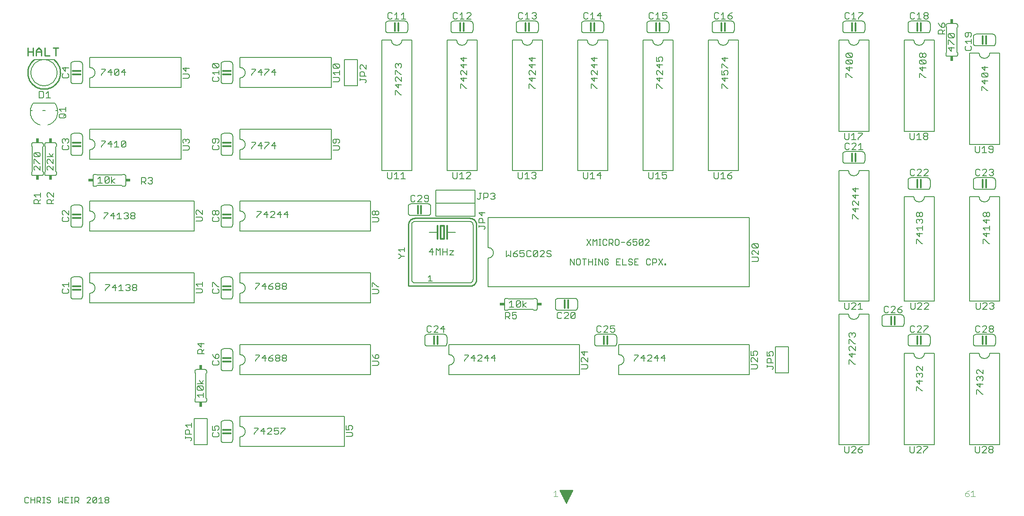
<source format=gto>
G75*
G70*
%OFA0B0*%
%FSLAX24Y24*%
%IPPOS*%
%LPD*%
%AMOC8*
5,1,8,0,0,1.08239X$1,22.5*
%
%ADD10C,0.0110*%
%ADD11C,0.0060*%
%ADD12C,0.0070*%
%ADD13C,0.0100*%
%ADD14C,0.0120*%
%ADD15C,0.0050*%
%ADD16R,0.0240X0.0340*%
%ADD17R,0.0340X0.0240*%
%ADD18C,0.0040*%
%ADD19C,0.0080*%
D10*
X003946Y037905D02*
X003946Y038496D01*
X003946Y038200D02*
X004340Y038200D01*
X004590Y038200D02*
X004984Y038200D01*
X004984Y038299D02*
X004984Y037905D01*
X005235Y037905D02*
X005629Y037905D01*
X005235Y037905D02*
X005235Y038496D01*
X004984Y038299D02*
X004787Y038496D01*
X004590Y038299D01*
X004590Y037905D01*
X004340Y037905D02*
X004340Y038496D01*
X005880Y038496D02*
X006273Y038496D01*
X006076Y038496D02*
X006076Y037905D01*
D11*
X003710Y003703D02*
X003783Y003630D01*
X003930Y003630D01*
X004004Y003703D01*
X004170Y003630D02*
X004170Y004070D01*
X004004Y003997D02*
X003930Y004070D01*
X003783Y004070D01*
X003710Y003997D01*
X003710Y003703D01*
X004170Y003850D02*
X004464Y003850D01*
X004631Y003777D02*
X004851Y003777D01*
X004924Y003850D01*
X004924Y003997D01*
X004851Y004070D01*
X004631Y004070D01*
X004631Y003630D01*
X004464Y003630D02*
X004464Y004070D01*
X004778Y003777D02*
X004924Y003630D01*
X005091Y003630D02*
X005238Y003630D01*
X005165Y003630D02*
X005165Y004070D01*
X005238Y004070D02*
X005091Y004070D01*
X005398Y003997D02*
X005398Y003924D01*
X005472Y003850D01*
X005618Y003850D01*
X005692Y003777D01*
X005692Y003703D01*
X005618Y003630D01*
X005472Y003630D01*
X005398Y003703D01*
X005398Y003997D02*
X005472Y004070D01*
X005618Y004070D01*
X005692Y003997D01*
X006319Y004070D02*
X006319Y003630D01*
X006466Y003777D01*
X006612Y003630D01*
X006612Y004070D01*
X006779Y004070D02*
X006779Y003630D01*
X007073Y003630D01*
X007240Y003630D02*
X007386Y003630D01*
X007313Y003630D02*
X007313Y004070D01*
X007240Y004070D02*
X007386Y004070D01*
X007547Y004070D02*
X007767Y004070D01*
X007840Y003997D01*
X007840Y003850D01*
X007767Y003777D01*
X007547Y003777D01*
X007693Y003777D02*
X007840Y003630D01*
X007547Y003630D02*
X007547Y004070D01*
X007073Y004070D02*
X006779Y004070D01*
X006779Y003850D02*
X006926Y003850D01*
X008467Y003997D02*
X008541Y004070D01*
X008688Y004070D01*
X008761Y003997D01*
X008761Y003924D01*
X008467Y003630D01*
X008761Y003630D01*
X008928Y003703D02*
X009221Y003997D01*
X009221Y003703D01*
X009148Y003630D01*
X009001Y003630D01*
X008928Y003703D01*
X008928Y003997D01*
X009001Y004070D01*
X009148Y004070D01*
X009221Y003997D01*
X009388Y003924D02*
X009535Y004070D01*
X009535Y003630D01*
X009388Y003630D02*
X009682Y003630D01*
X009849Y003703D02*
X009849Y003777D01*
X009922Y003850D01*
X010069Y003850D01*
X010142Y003777D01*
X010142Y003703D01*
X010069Y003630D01*
X009922Y003630D01*
X009849Y003703D01*
X009922Y003850D02*
X009849Y003924D01*
X009849Y003997D01*
X009922Y004070D01*
X010069Y004070D01*
X010142Y003997D01*
X010142Y003924D01*
X010069Y003850D01*
X018730Y008450D02*
X018730Y009750D01*
X018732Y009776D01*
X018737Y009802D01*
X018745Y009827D01*
X018757Y009850D01*
X018771Y009872D01*
X018789Y009891D01*
X018808Y009909D01*
X018830Y009923D01*
X018853Y009935D01*
X018878Y009943D01*
X018904Y009948D01*
X018930Y009950D01*
X019430Y009950D01*
X019456Y009948D01*
X019482Y009943D01*
X019507Y009935D01*
X019530Y009923D01*
X019552Y009909D01*
X019571Y009891D01*
X019589Y009872D01*
X019603Y009850D01*
X019615Y009827D01*
X019623Y009802D01*
X019628Y009776D01*
X019630Y009750D01*
X019630Y008450D01*
X019628Y008424D01*
X019623Y008398D01*
X019615Y008373D01*
X019603Y008350D01*
X019589Y008328D01*
X019571Y008309D01*
X019552Y008291D01*
X019530Y008277D01*
X019507Y008265D01*
X019482Y008257D01*
X019456Y008252D01*
X019430Y008250D01*
X018930Y008250D01*
X018904Y008252D01*
X018878Y008257D01*
X018853Y008265D01*
X018830Y008277D01*
X018808Y008291D01*
X018789Y008309D01*
X018771Y008328D01*
X018757Y008350D01*
X018745Y008373D01*
X018737Y008398D01*
X018732Y008424D01*
X018730Y008450D01*
X020180Y008700D02*
X020180Y007950D01*
X028180Y007950D01*
X028180Y010250D01*
X020180Y010250D01*
X020180Y009500D01*
X020219Y009498D01*
X020258Y009492D01*
X020296Y009483D01*
X020333Y009470D01*
X020369Y009453D01*
X020402Y009433D01*
X020434Y009409D01*
X020463Y009383D01*
X020489Y009354D01*
X020513Y009322D01*
X020533Y009289D01*
X020550Y009253D01*
X020563Y009216D01*
X020572Y009178D01*
X020578Y009139D01*
X020580Y009100D01*
X020578Y009061D01*
X020572Y009022D01*
X020563Y008984D01*
X020550Y008947D01*
X020533Y008911D01*
X020513Y008878D01*
X020489Y008846D01*
X020463Y008817D01*
X020434Y008791D01*
X020402Y008767D01*
X020369Y008747D01*
X020333Y008730D01*
X020296Y008717D01*
X020258Y008708D01*
X020219Y008702D01*
X020180Y008700D01*
X017530Y011350D02*
X016830Y011350D01*
X016813Y011352D01*
X016796Y011356D01*
X016780Y011363D01*
X016766Y011373D01*
X016753Y011386D01*
X016743Y011400D01*
X016736Y011416D01*
X016732Y011433D01*
X016730Y011450D01*
X016730Y011600D01*
X016780Y011650D01*
X016780Y013550D01*
X016730Y013600D01*
X016730Y013750D01*
X016732Y013767D01*
X016736Y013784D01*
X016743Y013800D01*
X016753Y013814D01*
X016766Y013827D01*
X016780Y013837D01*
X016796Y013844D01*
X016813Y013848D01*
X016830Y013850D01*
X017530Y013850D01*
X017547Y013848D01*
X017564Y013844D01*
X017580Y013837D01*
X017594Y013827D01*
X017607Y013814D01*
X017617Y013800D01*
X017624Y013784D01*
X017628Y013767D01*
X017630Y013750D01*
X017630Y013600D01*
X017580Y013550D01*
X017580Y011650D01*
X017630Y011600D01*
X017630Y011450D01*
X017628Y011433D01*
X017624Y011416D01*
X017617Y011400D01*
X017607Y011386D01*
X017594Y011373D01*
X017580Y011363D01*
X017564Y011356D01*
X017547Y011352D01*
X017530Y011350D01*
X018930Y013750D02*
X019430Y013750D01*
X019456Y013752D01*
X019482Y013757D01*
X019507Y013765D01*
X019530Y013777D01*
X019552Y013791D01*
X019571Y013809D01*
X019589Y013828D01*
X019603Y013850D01*
X019615Y013873D01*
X019623Y013898D01*
X019628Y013924D01*
X019630Y013950D01*
X019630Y015250D01*
X019628Y015276D01*
X019623Y015302D01*
X019615Y015327D01*
X019603Y015350D01*
X019589Y015372D01*
X019571Y015391D01*
X019552Y015409D01*
X019530Y015423D01*
X019507Y015435D01*
X019482Y015443D01*
X019456Y015448D01*
X019430Y015450D01*
X018930Y015450D01*
X018904Y015448D01*
X018878Y015443D01*
X018853Y015435D01*
X018830Y015423D01*
X018808Y015409D01*
X018789Y015391D01*
X018771Y015372D01*
X018757Y015350D01*
X018745Y015327D01*
X018737Y015302D01*
X018732Y015276D01*
X018730Y015250D01*
X018730Y013950D01*
X018732Y013924D01*
X018737Y013898D01*
X018745Y013873D01*
X018757Y013850D01*
X018771Y013828D01*
X018789Y013809D01*
X018808Y013791D01*
X018830Y013777D01*
X018853Y013765D01*
X018878Y013757D01*
X018904Y013752D01*
X018930Y013750D01*
X020180Y013450D02*
X020180Y014200D01*
X020219Y014202D01*
X020258Y014208D01*
X020296Y014217D01*
X020333Y014230D01*
X020369Y014247D01*
X020402Y014267D01*
X020434Y014291D01*
X020463Y014317D01*
X020489Y014346D01*
X020513Y014378D01*
X020533Y014411D01*
X020550Y014447D01*
X020563Y014484D01*
X020572Y014522D01*
X020578Y014561D01*
X020580Y014600D01*
X020578Y014639D01*
X020572Y014678D01*
X020563Y014716D01*
X020550Y014753D01*
X020533Y014789D01*
X020513Y014822D01*
X020489Y014854D01*
X020463Y014883D01*
X020434Y014909D01*
X020402Y014933D01*
X020369Y014953D01*
X020333Y014970D01*
X020296Y014983D01*
X020258Y014992D01*
X020219Y014998D01*
X020180Y015000D01*
X020180Y015750D01*
X030180Y015750D01*
X030180Y013450D01*
X020180Y013450D01*
X020180Y018950D02*
X020180Y019700D01*
X020219Y019702D01*
X020258Y019708D01*
X020296Y019717D01*
X020333Y019730D01*
X020369Y019747D01*
X020402Y019767D01*
X020434Y019791D01*
X020463Y019817D01*
X020489Y019846D01*
X020513Y019878D01*
X020533Y019911D01*
X020550Y019947D01*
X020563Y019984D01*
X020572Y020022D01*
X020578Y020061D01*
X020580Y020100D01*
X020578Y020139D01*
X020572Y020178D01*
X020563Y020216D01*
X020550Y020253D01*
X020533Y020289D01*
X020513Y020322D01*
X020489Y020354D01*
X020463Y020383D01*
X020434Y020409D01*
X020402Y020433D01*
X020369Y020453D01*
X020333Y020470D01*
X020296Y020483D01*
X020258Y020492D01*
X020219Y020498D01*
X020180Y020500D01*
X020180Y021250D01*
X030180Y021250D01*
X030180Y018950D01*
X020180Y018950D01*
X019630Y019450D02*
X019630Y020750D01*
X019628Y020776D01*
X019623Y020802D01*
X019615Y020827D01*
X019603Y020850D01*
X019589Y020872D01*
X019571Y020891D01*
X019552Y020909D01*
X019530Y020923D01*
X019507Y020935D01*
X019482Y020943D01*
X019456Y020948D01*
X019430Y020950D01*
X018930Y020950D01*
X018904Y020948D01*
X018878Y020943D01*
X018853Y020935D01*
X018830Y020923D01*
X018808Y020909D01*
X018789Y020891D01*
X018771Y020872D01*
X018757Y020850D01*
X018745Y020827D01*
X018737Y020802D01*
X018732Y020776D01*
X018730Y020750D01*
X018730Y019450D01*
X018732Y019424D01*
X018737Y019398D01*
X018745Y019373D01*
X018757Y019350D01*
X018771Y019328D01*
X018789Y019309D01*
X018808Y019291D01*
X018830Y019277D01*
X018853Y019265D01*
X018878Y019257D01*
X018904Y019252D01*
X018930Y019250D01*
X019430Y019250D01*
X019456Y019252D01*
X019482Y019257D01*
X019507Y019265D01*
X019530Y019277D01*
X019552Y019291D01*
X019571Y019309D01*
X019589Y019328D01*
X019603Y019350D01*
X019615Y019373D01*
X019623Y019398D01*
X019628Y019424D01*
X019630Y019450D01*
X016680Y018950D02*
X016680Y021250D01*
X008680Y021250D01*
X008680Y020500D01*
X008719Y020498D01*
X008758Y020492D01*
X008796Y020483D01*
X008833Y020470D01*
X008869Y020453D01*
X008902Y020433D01*
X008934Y020409D01*
X008963Y020383D01*
X008989Y020354D01*
X009013Y020322D01*
X009033Y020289D01*
X009050Y020253D01*
X009063Y020216D01*
X009072Y020178D01*
X009078Y020139D01*
X009080Y020100D01*
X009078Y020061D01*
X009072Y020022D01*
X009063Y019984D01*
X009050Y019947D01*
X009033Y019911D01*
X009013Y019878D01*
X008989Y019846D01*
X008963Y019817D01*
X008934Y019791D01*
X008902Y019767D01*
X008869Y019747D01*
X008833Y019730D01*
X008796Y019717D01*
X008758Y019708D01*
X008719Y019702D01*
X008680Y019700D01*
X008680Y018950D01*
X016680Y018950D01*
X008130Y019450D02*
X008130Y020750D01*
X008128Y020776D01*
X008123Y020802D01*
X008115Y020827D01*
X008103Y020850D01*
X008089Y020872D01*
X008071Y020891D01*
X008052Y020909D01*
X008030Y020923D01*
X008007Y020935D01*
X007982Y020943D01*
X007956Y020948D01*
X007930Y020950D01*
X007430Y020950D01*
X007404Y020948D01*
X007378Y020943D01*
X007353Y020935D01*
X007330Y020923D01*
X007308Y020909D01*
X007289Y020891D01*
X007271Y020872D01*
X007257Y020850D01*
X007245Y020827D01*
X007237Y020802D01*
X007232Y020776D01*
X007230Y020750D01*
X007230Y019450D01*
X007232Y019424D01*
X007237Y019398D01*
X007245Y019373D01*
X007257Y019350D01*
X007271Y019328D01*
X007289Y019309D01*
X007308Y019291D01*
X007330Y019277D01*
X007353Y019265D01*
X007378Y019257D01*
X007404Y019252D01*
X007430Y019250D01*
X007930Y019250D01*
X007956Y019252D01*
X007982Y019257D01*
X008007Y019265D01*
X008030Y019277D01*
X008052Y019291D01*
X008071Y019309D01*
X008089Y019328D01*
X008103Y019350D01*
X008115Y019373D01*
X008123Y019398D01*
X008128Y019424D01*
X008130Y019450D01*
X008680Y024450D02*
X008680Y025200D01*
X008719Y025202D01*
X008758Y025208D01*
X008796Y025217D01*
X008833Y025230D01*
X008869Y025247D01*
X008902Y025267D01*
X008934Y025291D01*
X008963Y025317D01*
X008989Y025346D01*
X009013Y025378D01*
X009033Y025411D01*
X009050Y025447D01*
X009063Y025484D01*
X009072Y025522D01*
X009078Y025561D01*
X009080Y025600D01*
X009078Y025639D01*
X009072Y025678D01*
X009063Y025716D01*
X009050Y025753D01*
X009033Y025789D01*
X009013Y025822D01*
X008989Y025854D01*
X008963Y025883D01*
X008934Y025909D01*
X008902Y025933D01*
X008869Y025953D01*
X008833Y025970D01*
X008796Y025983D01*
X008758Y025992D01*
X008719Y025998D01*
X008680Y026000D01*
X008680Y026750D01*
X016680Y026750D01*
X016680Y024450D01*
X008680Y024450D01*
X008130Y024950D02*
X008130Y026250D01*
X008128Y026276D01*
X008123Y026302D01*
X008115Y026327D01*
X008103Y026350D01*
X008089Y026372D01*
X008071Y026391D01*
X008052Y026409D01*
X008030Y026423D01*
X008007Y026435D01*
X007982Y026443D01*
X007956Y026448D01*
X007930Y026450D01*
X007430Y026450D01*
X007404Y026448D01*
X007378Y026443D01*
X007353Y026435D01*
X007330Y026423D01*
X007308Y026409D01*
X007289Y026391D01*
X007271Y026372D01*
X007257Y026350D01*
X007245Y026327D01*
X007237Y026302D01*
X007232Y026276D01*
X007230Y026250D01*
X007230Y024950D01*
X007232Y024924D01*
X007237Y024898D01*
X007245Y024873D01*
X007257Y024850D01*
X007271Y024828D01*
X007289Y024809D01*
X007308Y024791D01*
X007330Y024777D01*
X007353Y024765D01*
X007378Y024757D01*
X007404Y024752D01*
X007430Y024750D01*
X007930Y024750D01*
X007956Y024752D01*
X007982Y024757D01*
X008007Y024765D01*
X008030Y024777D01*
X008052Y024791D01*
X008071Y024809D01*
X008089Y024828D01*
X008103Y024850D01*
X008115Y024873D01*
X008123Y024898D01*
X008128Y024924D01*
X008130Y024950D01*
X009030Y027900D02*
X009180Y027900D01*
X009230Y027950D01*
X011130Y027950D01*
X011180Y027900D01*
X011330Y027900D01*
X011347Y027902D01*
X011364Y027906D01*
X011380Y027913D01*
X011394Y027923D01*
X011407Y027936D01*
X011417Y027950D01*
X011424Y027966D01*
X011428Y027983D01*
X011430Y028000D01*
X011430Y028700D01*
X011428Y028717D01*
X011424Y028734D01*
X011417Y028750D01*
X011407Y028764D01*
X011394Y028777D01*
X011380Y028787D01*
X011364Y028794D01*
X011347Y028798D01*
X011330Y028800D01*
X011180Y028800D01*
X011130Y028750D01*
X009230Y028750D01*
X009180Y028800D01*
X009030Y028800D01*
X009013Y028798D01*
X008996Y028794D01*
X008980Y028787D01*
X008966Y028777D01*
X008953Y028764D01*
X008943Y028750D01*
X008936Y028734D01*
X008932Y028717D01*
X008930Y028700D01*
X008930Y028000D01*
X008932Y027983D01*
X008936Y027966D01*
X008943Y027950D01*
X008953Y027936D01*
X008966Y027923D01*
X008980Y027913D01*
X008996Y027906D01*
X009013Y027902D01*
X009030Y027900D01*
X006130Y028825D02*
X006130Y028975D01*
X006080Y029025D01*
X006080Y030925D01*
X006130Y030975D01*
X006130Y031125D01*
X006128Y031142D01*
X006124Y031159D01*
X006117Y031175D01*
X006107Y031189D01*
X006094Y031202D01*
X006080Y031212D01*
X006064Y031219D01*
X006047Y031223D01*
X006030Y031225D01*
X005330Y031225D01*
X005313Y031223D01*
X005296Y031219D01*
X005280Y031212D01*
X005266Y031202D01*
X005253Y031189D01*
X005243Y031175D01*
X005236Y031159D01*
X005232Y031142D01*
X005230Y031125D01*
X005230Y030975D01*
X005280Y030925D01*
X005280Y029025D01*
X005230Y028975D01*
X005230Y028825D01*
X005232Y028808D01*
X005236Y028791D01*
X005243Y028775D01*
X005253Y028761D01*
X005266Y028748D01*
X005280Y028738D01*
X005296Y028731D01*
X005313Y028727D01*
X005330Y028725D01*
X006030Y028725D01*
X006047Y028727D01*
X006064Y028731D01*
X006080Y028738D01*
X006094Y028748D01*
X006107Y028761D01*
X006117Y028775D01*
X006124Y028791D01*
X006128Y028808D01*
X006130Y028825D01*
X005130Y028825D02*
X005130Y028975D01*
X005080Y029025D01*
X005080Y030925D01*
X005130Y030975D01*
X005130Y031125D01*
X005128Y031142D01*
X005124Y031159D01*
X005117Y031175D01*
X005107Y031189D01*
X005094Y031202D01*
X005080Y031212D01*
X005064Y031219D01*
X005047Y031223D01*
X005030Y031225D01*
X004330Y031225D01*
X004313Y031223D01*
X004296Y031219D01*
X004280Y031212D01*
X004266Y031202D01*
X004253Y031189D01*
X004243Y031175D01*
X004236Y031159D01*
X004232Y031142D01*
X004230Y031125D01*
X004230Y030975D01*
X004280Y030925D01*
X004280Y029025D01*
X004230Y028975D01*
X004230Y028825D01*
X004232Y028808D01*
X004236Y028791D01*
X004243Y028775D01*
X004253Y028761D01*
X004266Y028748D01*
X004280Y028738D01*
X004296Y028731D01*
X004313Y028727D01*
X004330Y028725D01*
X005030Y028725D01*
X005047Y028727D01*
X005064Y028731D01*
X005080Y028738D01*
X005094Y028748D01*
X005107Y028761D01*
X005117Y028775D01*
X005124Y028791D01*
X005128Y028808D01*
X005130Y028825D01*
X007430Y030250D02*
X007930Y030250D01*
X007956Y030252D01*
X007982Y030257D01*
X008007Y030265D01*
X008030Y030277D01*
X008052Y030291D01*
X008071Y030309D01*
X008089Y030328D01*
X008103Y030350D01*
X008115Y030373D01*
X008123Y030398D01*
X008128Y030424D01*
X008130Y030450D01*
X008130Y031750D01*
X008128Y031776D01*
X008123Y031802D01*
X008115Y031827D01*
X008103Y031850D01*
X008089Y031872D01*
X008071Y031891D01*
X008052Y031909D01*
X008030Y031923D01*
X008007Y031935D01*
X007982Y031943D01*
X007956Y031948D01*
X007930Y031950D01*
X007430Y031950D01*
X007404Y031948D01*
X007378Y031943D01*
X007353Y031935D01*
X007330Y031923D01*
X007308Y031909D01*
X007289Y031891D01*
X007271Y031872D01*
X007257Y031850D01*
X007245Y031827D01*
X007237Y031802D01*
X007232Y031776D01*
X007230Y031750D01*
X007230Y030450D01*
X007232Y030424D01*
X007237Y030398D01*
X007245Y030373D01*
X007257Y030350D01*
X007271Y030328D01*
X007289Y030309D01*
X007308Y030291D01*
X007330Y030277D01*
X007353Y030265D01*
X007378Y030257D01*
X007404Y030252D01*
X007430Y030250D01*
X008680Y029950D02*
X008680Y030700D01*
X008719Y030702D01*
X008758Y030708D01*
X008796Y030717D01*
X008833Y030730D01*
X008869Y030747D01*
X008902Y030767D01*
X008934Y030791D01*
X008963Y030817D01*
X008989Y030846D01*
X009013Y030878D01*
X009033Y030911D01*
X009050Y030947D01*
X009063Y030984D01*
X009072Y031022D01*
X009078Y031061D01*
X009080Y031100D01*
X009078Y031139D01*
X009072Y031178D01*
X009063Y031216D01*
X009050Y031253D01*
X009033Y031289D01*
X009013Y031322D01*
X008989Y031354D01*
X008963Y031383D01*
X008934Y031409D01*
X008902Y031433D01*
X008869Y031453D01*
X008833Y031470D01*
X008796Y031483D01*
X008758Y031492D01*
X008719Y031498D01*
X008680Y031500D01*
X008680Y032250D01*
X015680Y032250D01*
X015680Y029950D01*
X008680Y029950D01*
X008680Y035450D02*
X008680Y036200D01*
X008719Y036202D01*
X008758Y036208D01*
X008796Y036217D01*
X008833Y036230D01*
X008869Y036247D01*
X008902Y036267D01*
X008934Y036291D01*
X008963Y036317D01*
X008989Y036346D01*
X009013Y036378D01*
X009033Y036411D01*
X009050Y036447D01*
X009063Y036484D01*
X009072Y036522D01*
X009078Y036561D01*
X009080Y036600D01*
X009078Y036639D01*
X009072Y036678D01*
X009063Y036716D01*
X009050Y036753D01*
X009033Y036789D01*
X009013Y036822D01*
X008989Y036854D01*
X008963Y036883D01*
X008934Y036909D01*
X008902Y036933D01*
X008869Y036953D01*
X008833Y036970D01*
X008796Y036983D01*
X008758Y036992D01*
X008719Y036998D01*
X008680Y037000D01*
X008680Y037750D01*
X015680Y037750D01*
X015680Y035450D01*
X008680Y035450D01*
X007930Y035750D02*
X007430Y035750D01*
X007404Y035752D01*
X007378Y035757D01*
X007353Y035765D01*
X007330Y035777D01*
X007308Y035791D01*
X007289Y035809D01*
X007271Y035828D01*
X007257Y035850D01*
X007245Y035873D01*
X007237Y035898D01*
X007232Y035924D01*
X007230Y035950D01*
X007230Y037250D01*
X007232Y037276D01*
X007237Y037302D01*
X007245Y037327D01*
X007257Y037350D01*
X007271Y037372D01*
X007289Y037391D01*
X007308Y037409D01*
X007330Y037423D01*
X007353Y037435D01*
X007378Y037443D01*
X007404Y037448D01*
X007430Y037450D01*
X007930Y037450D01*
X007956Y037448D01*
X007982Y037443D01*
X008007Y037435D01*
X008030Y037423D01*
X008052Y037409D01*
X008071Y037391D01*
X008089Y037372D01*
X008103Y037350D01*
X008115Y037327D01*
X008123Y037302D01*
X008128Y037276D01*
X008130Y037250D01*
X008130Y035950D01*
X008128Y035924D01*
X008123Y035898D01*
X008115Y035873D01*
X008103Y035850D01*
X008089Y035828D01*
X008071Y035809D01*
X008052Y035791D01*
X008030Y035777D01*
X008007Y035765D01*
X007982Y035757D01*
X007956Y035752D01*
X007930Y035750D01*
X004180Y036600D02*
X004182Y036663D01*
X004188Y036725D01*
X004198Y036787D01*
X004211Y036849D01*
X004229Y036909D01*
X004250Y036968D01*
X004275Y037026D01*
X004304Y037082D01*
X004336Y037136D01*
X004371Y037188D01*
X004409Y037237D01*
X004451Y037285D01*
X004495Y037329D01*
X004543Y037371D01*
X004592Y037409D01*
X004644Y037444D01*
X004698Y037476D01*
X004754Y037505D01*
X004812Y037530D01*
X004871Y037551D01*
X004931Y037569D01*
X004993Y037582D01*
X005055Y037592D01*
X005117Y037598D01*
X005180Y037600D01*
X005243Y037598D01*
X005305Y037592D01*
X005367Y037582D01*
X005429Y037569D01*
X005489Y037551D01*
X005548Y037530D01*
X005606Y037505D01*
X005662Y037476D01*
X005716Y037444D01*
X005768Y037409D01*
X005817Y037371D01*
X005865Y037329D01*
X005909Y037285D01*
X005951Y037237D01*
X005989Y037188D01*
X006024Y037136D01*
X006056Y037082D01*
X006085Y037026D01*
X006110Y036968D01*
X006131Y036909D01*
X006149Y036849D01*
X006162Y036787D01*
X006172Y036725D01*
X006178Y036663D01*
X006180Y036600D01*
X006178Y036537D01*
X006172Y036475D01*
X006162Y036413D01*
X006149Y036351D01*
X006131Y036291D01*
X006110Y036232D01*
X006085Y036174D01*
X006056Y036118D01*
X006024Y036064D01*
X005989Y036012D01*
X005951Y035963D01*
X005909Y035915D01*
X005865Y035871D01*
X005817Y035829D01*
X005768Y035791D01*
X005716Y035756D01*
X005662Y035724D01*
X005606Y035695D01*
X005548Y035670D01*
X005489Y035649D01*
X005429Y035631D01*
X005367Y035618D01*
X005305Y035608D01*
X005243Y035602D01*
X005180Y035600D01*
X005117Y035602D01*
X005055Y035608D01*
X004993Y035618D01*
X004931Y035631D01*
X004871Y035649D01*
X004812Y035670D01*
X004754Y035695D01*
X004698Y035724D01*
X004644Y035756D01*
X004592Y035791D01*
X004543Y035829D01*
X004495Y035871D01*
X004451Y035915D01*
X004409Y035963D01*
X004371Y036012D01*
X004336Y036064D01*
X004304Y036118D01*
X004275Y036174D01*
X004250Y036232D01*
X004229Y036291D01*
X004211Y036351D01*
X004198Y036413D01*
X004188Y036475D01*
X004182Y036537D01*
X004180Y036600D01*
X018730Y035950D02*
X018730Y037250D01*
X018732Y037276D01*
X018737Y037302D01*
X018745Y037327D01*
X018757Y037350D01*
X018771Y037372D01*
X018789Y037391D01*
X018808Y037409D01*
X018830Y037423D01*
X018853Y037435D01*
X018878Y037443D01*
X018904Y037448D01*
X018930Y037450D01*
X019430Y037450D01*
X019456Y037448D01*
X019482Y037443D01*
X019507Y037435D01*
X019530Y037423D01*
X019552Y037409D01*
X019571Y037391D01*
X019589Y037372D01*
X019603Y037350D01*
X019615Y037327D01*
X019623Y037302D01*
X019628Y037276D01*
X019630Y037250D01*
X019630Y035950D01*
X019628Y035924D01*
X019623Y035898D01*
X019615Y035873D01*
X019603Y035850D01*
X019589Y035828D01*
X019571Y035809D01*
X019552Y035791D01*
X019530Y035777D01*
X019507Y035765D01*
X019482Y035757D01*
X019456Y035752D01*
X019430Y035750D01*
X018930Y035750D01*
X018904Y035752D01*
X018878Y035757D01*
X018853Y035765D01*
X018830Y035777D01*
X018808Y035791D01*
X018789Y035809D01*
X018771Y035828D01*
X018757Y035850D01*
X018745Y035873D01*
X018737Y035898D01*
X018732Y035924D01*
X018730Y035950D01*
X020180Y036200D02*
X020180Y035450D01*
X027180Y035450D01*
X027180Y037750D01*
X020180Y037750D01*
X020180Y037000D01*
X020219Y036998D01*
X020258Y036992D01*
X020296Y036983D01*
X020333Y036970D01*
X020369Y036953D01*
X020402Y036933D01*
X020434Y036909D01*
X020463Y036883D01*
X020489Y036854D01*
X020513Y036822D01*
X020533Y036789D01*
X020550Y036753D01*
X020563Y036716D01*
X020572Y036678D01*
X020578Y036639D01*
X020580Y036600D01*
X020578Y036561D01*
X020572Y036522D01*
X020563Y036484D01*
X020550Y036447D01*
X020533Y036411D01*
X020513Y036378D01*
X020489Y036346D01*
X020463Y036317D01*
X020434Y036291D01*
X020402Y036267D01*
X020369Y036247D01*
X020333Y036230D01*
X020296Y036217D01*
X020258Y036208D01*
X020219Y036202D01*
X020180Y036200D01*
X020180Y032250D02*
X020180Y031500D01*
X020219Y031498D01*
X020258Y031492D01*
X020296Y031483D01*
X020333Y031470D01*
X020369Y031453D01*
X020402Y031433D01*
X020434Y031409D01*
X020463Y031383D01*
X020489Y031354D01*
X020513Y031322D01*
X020533Y031289D01*
X020550Y031253D01*
X020563Y031216D01*
X020572Y031178D01*
X020578Y031139D01*
X020580Y031100D01*
X020578Y031061D01*
X020572Y031022D01*
X020563Y030984D01*
X020550Y030947D01*
X020533Y030911D01*
X020513Y030878D01*
X020489Y030846D01*
X020463Y030817D01*
X020434Y030791D01*
X020402Y030767D01*
X020369Y030747D01*
X020333Y030730D01*
X020296Y030717D01*
X020258Y030708D01*
X020219Y030702D01*
X020180Y030700D01*
X020180Y029950D01*
X027180Y029950D01*
X027180Y032250D01*
X020180Y032250D01*
X019630Y031750D02*
X019630Y030450D01*
X019628Y030424D01*
X019623Y030398D01*
X019615Y030373D01*
X019603Y030350D01*
X019589Y030328D01*
X019571Y030309D01*
X019552Y030291D01*
X019530Y030277D01*
X019507Y030265D01*
X019482Y030257D01*
X019456Y030252D01*
X019430Y030250D01*
X018930Y030250D01*
X018904Y030252D01*
X018878Y030257D01*
X018853Y030265D01*
X018830Y030277D01*
X018808Y030291D01*
X018789Y030309D01*
X018771Y030328D01*
X018757Y030350D01*
X018745Y030373D01*
X018737Y030398D01*
X018732Y030424D01*
X018730Y030450D01*
X018730Y031750D01*
X018732Y031776D01*
X018737Y031802D01*
X018745Y031827D01*
X018757Y031850D01*
X018771Y031872D01*
X018789Y031891D01*
X018808Y031909D01*
X018830Y031923D01*
X018853Y031935D01*
X018878Y031943D01*
X018904Y031948D01*
X018930Y031950D01*
X019430Y031950D01*
X019456Y031948D01*
X019482Y031943D01*
X019507Y031935D01*
X019530Y031923D01*
X019552Y031909D01*
X019571Y031891D01*
X019589Y031872D01*
X019603Y031850D01*
X019615Y031827D01*
X019623Y031802D01*
X019628Y031776D01*
X019630Y031750D01*
X020180Y026750D02*
X020180Y026000D01*
X020219Y025998D01*
X020258Y025992D01*
X020296Y025983D01*
X020333Y025970D01*
X020369Y025953D01*
X020402Y025933D01*
X020434Y025909D01*
X020463Y025883D01*
X020489Y025854D01*
X020513Y025822D01*
X020533Y025789D01*
X020550Y025753D01*
X020563Y025716D01*
X020572Y025678D01*
X020578Y025639D01*
X020580Y025600D01*
X020578Y025561D01*
X020572Y025522D01*
X020563Y025484D01*
X020550Y025447D01*
X020533Y025411D01*
X020513Y025378D01*
X020489Y025346D01*
X020463Y025317D01*
X020434Y025291D01*
X020402Y025267D01*
X020369Y025247D01*
X020333Y025230D01*
X020296Y025217D01*
X020258Y025208D01*
X020219Y025202D01*
X020180Y025200D01*
X020180Y024450D01*
X030180Y024450D01*
X030180Y026750D01*
X020180Y026750D01*
X019630Y026250D02*
X019630Y024950D01*
X019628Y024924D01*
X019623Y024898D01*
X019615Y024873D01*
X019603Y024850D01*
X019589Y024828D01*
X019571Y024809D01*
X019552Y024791D01*
X019530Y024777D01*
X019507Y024765D01*
X019482Y024757D01*
X019456Y024752D01*
X019430Y024750D01*
X018930Y024750D01*
X018904Y024752D01*
X018878Y024757D01*
X018853Y024765D01*
X018830Y024777D01*
X018808Y024791D01*
X018789Y024809D01*
X018771Y024828D01*
X018757Y024850D01*
X018745Y024873D01*
X018737Y024898D01*
X018732Y024924D01*
X018730Y024950D01*
X018730Y026250D01*
X018732Y026276D01*
X018737Y026302D01*
X018745Y026327D01*
X018757Y026350D01*
X018771Y026372D01*
X018789Y026391D01*
X018808Y026409D01*
X018830Y026423D01*
X018853Y026435D01*
X018878Y026443D01*
X018904Y026448D01*
X018930Y026450D01*
X019430Y026450D01*
X019456Y026448D01*
X019482Y026443D01*
X019507Y026435D01*
X019530Y026423D01*
X019552Y026409D01*
X019571Y026391D01*
X019589Y026372D01*
X019603Y026350D01*
X019615Y026327D01*
X019623Y026302D01*
X019628Y026276D01*
X019630Y026250D01*
X031030Y029100D02*
X033330Y029100D01*
X033330Y039100D01*
X032580Y039100D01*
X032578Y039061D01*
X032572Y039022D01*
X032563Y038984D01*
X032550Y038947D01*
X032533Y038911D01*
X032513Y038878D01*
X032489Y038846D01*
X032463Y038817D01*
X032434Y038791D01*
X032402Y038767D01*
X032369Y038747D01*
X032333Y038730D01*
X032296Y038717D01*
X032258Y038708D01*
X032219Y038702D01*
X032180Y038700D01*
X032141Y038702D01*
X032102Y038708D01*
X032064Y038717D01*
X032027Y038730D01*
X031991Y038747D01*
X031958Y038767D01*
X031926Y038791D01*
X031897Y038817D01*
X031871Y038846D01*
X031847Y038878D01*
X031827Y038911D01*
X031810Y038947D01*
X031797Y038984D01*
X031788Y039022D01*
X031782Y039061D01*
X031780Y039100D01*
X031030Y039100D01*
X031030Y029100D01*
X033280Y026550D02*
X034580Y026550D01*
X034606Y026548D01*
X034632Y026543D01*
X034657Y026535D01*
X034680Y026523D01*
X034702Y026509D01*
X034721Y026491D01*
X034739Y026472D01*
X034753Y026450D01*
X034765Y026427D01*
X034773Y026402D01*
X034778Y026376D01*
X034780Y026350D01*
X034780Y025850D01*
X034778Y025824D01*
X034773Y025798D01*
X034765Y025773D01*
X034753Y025750D01*
X034739Y025728D01*
X034721Y025709D01*
X034702Y025691D01*
X034680Y025677D01*
X034657Y025665D01*
X034632Y025657D01*
X034606Y025652D01*
X034580Y025650D01*
X033280Y025650D01*
X033254Y025652D01*
X033228Y025657D01*
X033203Y025665D01*
X033180Y025677D01*
X033158Y025691D01*
X033139Y025709D01*
X033121Y025728D01*
X033107Y025750D01*
X033095Y025773D01*
X033087Y025798D01*
X033082Y025824D01*
X033080Y025850D01*
X033080Y026350D01*
X033082Y026376D01*
X033087Y026402D01*
X033095Y026427D01*
X033107Y026450D01*
X033121Y026472D01*
X033139Y026491D01*
X033158Y026509D01*
X033180Y026523D01*
X033203Y026535D01*
X033228Y026543D01*
X033254Y026548D01*
X033280Y026550D01*
X033580Y025200D02*
X037780Y025200D01*
X037810Y025198D01*
X037840Y025193D01*
X037869Y025184D01*
X037896Y025171D01*
X037922Y025156D01*
X037946Y025137D01*
X037967Y025116D01*
X037986Y025092D01*
X038001Y025066D01*
X038014Y025039D01*
X038023Y025010D01*
X038028Y024980D01*
X038030Y024950D01*
X038030Y020750D01*
X038028Y020720D01*
X038023Y020690D01*
X038014Y020661D01*
X038001Y020634D01*
X037986Y020608D01*
X037967Y020584D01*
X037946Y020563D01*
X037922Y020544D01*
X037896Y020529D01*
X037869Y020516D01*
X037840Y020507D01*
X037810Y020502D01*
X037780Y020500D01*
X033580Y020500D01*
X033550Y020502D01*
X033520Y020507D01*
X033491Y020516D01*
X033464Y020529D01*
X033438Y020544D01*
X033414Y020563D01*
X033393Y020584D01*
X033374Y020608D01*
X033359Y020634D01*
X033346Y020661D01*
X033337Y020690D01*
X033332Y020720D01*
X033330Y020750D01*
X033330Y024950D01*
X033332Y024980D01*
X033337Y025010D01*
X033346Y025039D01*
X033359Y025066D01*
X033374Y025092D01*
X033393Y025116D01*
X033414Y025137D01*
X033438Y025156D01*
X033464Y025171D01*
X033491Y025184D01*
X033520Y025193D01*
X033550Y025198D01*
X033580Y025200D01*
X034680Y024350D02*
X035310Y024350D01*
X036050Y024350D02*
X036680Y024350D01*
X039180Y025500D02*
X039180Y023200D01*
X039219Y023198D01*
X039258Y023192D01*
X039296Y023183D01*
X039333Y023170D01*
X039369Y023153D01*
X039402Y023133D01*
X039434Y023109D01*
X039463Y023083D01*
X039489Y023054D01*
X039513Y023022D01*
X039533Y022989D01*
X039550Y022953D01*
X039563Y022916D01*
X039572Y022878D01*
X039578Y022839D01*
X039580Y022800D01*
X039578Y022761D01*
X039572Y022722D01*
X039563Y022684D01*
X039550Y022647D01*
X039533Y022611D01*
X039513Y022578D01*
X039489Y022546D01*
X039463Y022517D01*
X039434Y022491D01*
X039402Y022467D01*
X039369Y022447D01*
X039333Y022430D01*
X039296Y022417D01*
X039258Y022408D01*
X039219Y022402D01*
X039180Y022400D01*
X039180Y020200D01*
X059180Y020200D01*
X059180Y025500D01*
X039180Y025500D01*
X045488Y022320D02*
X045782Y021880D01*
X045782Y022320D01*
X045949Y022247D02*
X045949Y021953D01*
X046022Y021880D01*
X046169Y021880D01*
X046242Y021953D01*
X046242Y022247D01*
X046169Y022320D01*
X046022Y022320D01*
X045949Y022247D01*
X046409Y022320D02*
X046703Y022320D01*
X046556Y022320D02*
X046556Y021880D01*
X046870Y021880D02*
X046870Y022320D01*
X046870Y022100D02*
X047163Y022100D01*
X047163Y022320D02*
X047163Y021880D01*
X047330Y021880D02*
X047477Y021880D01*
X047403Y021880D02*
X047403Y022320D01*
X047330Y022320D02*
X047477Y022320D01*
X047637Y022320D02*
X047931Y021880D01*
X047931Y022320D01*
X048097Y022247D02*
X048097Y021953D01*
X048171Y021880D01*
X048318Y021880D01*
X048391Y021953D01*
X048391Y022100D01*
X048244Y022100D01*
X048097Y022247D02*
X048171Y022320D01*
X048318Y022320D01*
X048391Y022247D01*
X049018Y022320D02*
X049018Y021880D01*
X049312Y021880D01*
X049479Y021880D02*
X049772Y021880D01*
X049939Y021953D02*
X050012Y021880D01*
X050159Y021880D01*
X050233Y021953D01*
X050233Y022027D01*
X050159Y022100D01*
X050012Y022100D01*
X049939Y022174D01*
X049939Y022247D01*
X050012Y022320D01*
X050159Y022320D01*
X050233Y022247D01*
X050399Y022320D02*
X050399Y021880D01*
X050693Y021880D01*
X050546Y022100D02*
X050399Y022100D01*
X050399Y022320D02*
X050693Y022320D01*
X051320Y022247D02*
X051320Y021953D01*
X051394Y021880D01*
X051540Y021880D01*
X051614Y021953D01*
X051781Y021880D02*
X051781Y022320D01*
X052001Y022320D01*
X052074Y022247D01*
X052074Y022100D01*
X052001Y022027D01*
X051781Y022027D01*
X051614Y022247D02*
X051540Y022320D01*
X051394Y022320D01*
X051320Y022247D01*
X052241Y022320D02*
X052534Y021880D01*
X052701Y021880D02*
X052775Y021880D01*
X052775Y021953D01*
X052701Y021953D01*
X052701Y021880D01*
X052241Y021880D02*
X052534Y022320D01*
X051499Y023380D02*
X051205Y023380D01*
X051499Y023674D01*
X051499Y023747D01*
X051425Y023820D01*
X051278Y023820D01*
X051205Y023747D01*
X051038Y023747D02*
X050745Y023453D01*
X050818Y023380D01*
X050965Y023380D01*
X051038Y023453D01*
X051038Y023747D01*
X050965Y023820D01*
X050818Y023820D01*
X050745Y023747D01*
X050745Y023453D01*
X050578Y023453D02*
X050504Y023380D01*
X050358Y023380D01*
X050284Y023453D01*
X050284Y023600D02*
X050431Y023674D01*
X050504Y023674D01*
X050578Y023600D01*
X050578Y023453D01*
X050284Y023600D02*
X050284Y023820D01*
X050578Y023820D01*
X050117Y023820D02*
X049971Y023747D01*
X049824Y023600D01*
X050044Y023600D01*
X050117Y023527D01*
X050117Y023453D01*
X050044Y023380D01*
X049897Y023380D01*
X049824Y023453D01*
X049824Y023600D01*
X049657Y023600D02*
X049363Y023600D01*
X049197Y023453D02*
X049197Y023747D01*
X049123Y023820D01*
X048976Y023820D01*
X048903Y023747D01*
X048903Y023453D01*
X048976Y023380D01*
X049123Y023380D01*
X049197Y023453D01*
X048736Y023380D02*
X048589Y023527D01*
X048663Y023527D02*
X048443Y023527D01*
X048443Y023380D02*
X048443Y023820D01*
X048663Y023820D01*
X048736Y023747D01*
X048736Y023600D01*
X048663Y023527D01*
X048276Y023453D02*
X048202Y023380D01*
X048056Y023380D01*
X047982Y023453D01*
X047982Y023747D01*
X048056Y023820D01*
X048202Y023820D01*
X048276Y023747D01*
X047822Y023820D02*
X047675Y023820D01*
X047749Y023820D02*
X047749Y023380D01*
X047822Y023380D02*
X047675Y023380D01*
X047509Y023380D02*
X047509Y023820D01*
X047362Y023674D01*
X047215Y023820D01*
X047215Y023380D01*
X047048Y023380D02*
X046755Y023820D01*
X047048Y023820D02*
X046755Y023380D01*
X047637Y022320D02*
X047637Y021880D01*
X049018Y022100D02*
X049165Y022100D01*
X049312Y022320D02*
X049018Y022320D01*
X049479Y022320D02*
X049479Y021880D01*
X045488Y021880D02*
X045488Y022320D01*
X045830Y019300D02*
X044530Y019300D01*
X044504Y019298D01*
X044478Y019293D01*
X044453Y019285D01*
X044430Y019273D01*
X044408Y019259D01*
X044389Y019241D01*
X044371Y019222D01*
X044357Y019200D01*
X044345Y019177D01*
X044337Y019152D01*
X044332Y019126D01*
X044330Y019100D01*
X044330Y018600D01*
X044332Y018574D01*
X044337Y018548D01*
X044345Y018523D01*
X044357Y018500D01*
X044371Y018478D01*
X044389Y018459D01*
X044408Y018441D01*
X044430Y018427D01*
X044453Y018415D01*
X044478Y018407D01*
X044504Y018402D01*
X044530Y018400D01*
X045830Y018400D01*
X045856Y018402D01*
X045882Y018407D01*
X045907Y018415D01*
X045930Y018427D01*
X045952Y018441D01*
X045971Y018459D01*
X045989Y018478D01*
X046003Y018500D01*
X046015Y018523D01*
X046023Y018548D01*
X046028Y018574D01*
X046030Y018600D01*
X046030Y019100D01*
X046028Y019126D01*
X046023Y019152D01*
X046015Y019177D01*
X046003Y019200D01*
X045989Y019222D01*
X045971Y019241D01*
X045952Y019259D01*
X045930Y019273D01*
X045907Y019285D01*
X045882Y019293D01*
X045856Y019298D01*
X045830Y019300D01*
X042930Y019200D02*
X042930Y018500D01*
X042928Y018483D01*
X042924Y018466D01*
X042917Y018450D01*
X042907Y018436D01*
X042894Y018423D01*
X042880Y018413D01*
X042864Y018406D01*
X042847Y018402D01*
X042830Y018400D01*
X042680Y018400D01*
X042630Y018450D01*
X040730Y018450D01*
X040680Y018400D01*
X040530Y018400D01*
X040513Y018402D01*
X040496Y018406D01*
X040480Y018413D01*
X040466Y018423D01*
X040453Y018436D01*
X040443Y018450D01*
X040436Y018466D01*
X040432Y018483D01*
X040430Y018500D01*
X040430Y019200D01*
X040432Y019217D01*
X040436Y019234D01*
X040443Y019250D01*
X040453Y019264D01*
X040466Y019277D01*
X040480Y019287D01*
X040496Y019294D01*
X040513Y019298D01*
X040530Y019300D01*
X040680Y019300D01*
X040730Y019250D01*
X042630Y019250D01*
X042680Y019300D01*
X042830Y019300D01*
X042847Y019298D01*
X042864Y019294D01*
X042880Y019287D01*
X042894Y019277D01*
X042907Y019264D01*
X042917Y019250D01*
X042924Y019234D01*
X042928Y019217D01*
X042930Y019200D01*
X047530Y016550D02*
X048830Y016550D01*
X048856Y016548D01*
X048882Y016543D01*
X048907Y016535D01*
X048930Y016523D01*
X048952Y016509D01*
X048971Y016491D01*
X048989Y016472D01*
X049003Y016450D01*
X049015Y016427D01*
X049023Y016402D01*
X049028Y016376D01*
X049030Y016350D01*
X049030Y015850D01*
X049180Y015750D02*
X049180Y015000D01*
X049219Y014998D01*
X049258Y014992D01*
X049296Y014983D01*
X049333Y014970D01*
X049369Y014953D01*
X049402Y014933D01*
X049434Y014909D01*
X049463Y014883D01*
X049489Y014854D01*
X049513Y014822D01*
X049533Y014789D01*
X049550Y014753D01*
X049563Y014716D01*
X049572Y014678D01*
X049578Y014639D01*
X049580Y014600D01*
X049578Y014561D01*
X049572Y014522D01*
X049563Y014484D01*
X049550Y014447D01*
X049533Y014411D01*
X049513Y014378D01*
X049489Y014346D01*
X049463Y014317D01*
X049434Y014291D01*
X049402Y014267D01*
X049369Y014247D01*
X049333Y014230D01*
X049296Y014217D01*
X049258Y014208D01*
X049219Y014202D01*
X049180Y014200D01*
X049180Y013450D01*
X059180Y013450D01*
X059180Y015750D01*
X049180Y015750D01*
X049030Y015850D02*
X049028Y015824D01*
X049023Y015798D01*
X049015Y015773D01*
X049003Y015750D01*
X048989Y015728D01*
X048971Y015709D01*
X048952Y015691D01*
X048930Y015677D01*
X048907Y015665D01*
X048882Y015657D01*
X048856Y015652D01*
X048830Y015650D01*
X047530Y015650D01*
X047504Y015652D01*
X047478Y015657D01*
X047453Y015665D01*
X047430Y015677D01*
X047408Y015691D01*
X047389Y015709D01*
X047371Y015728D01*
X047357Y015750D01*
X047345Y015773D01*
X047337Y015798D01*
X047332Y015824D01*
X047330Y015850D01*
X047330Y016350D01*
X047332Y016376D01*
X047337Y016402D01*
X047345Y016427D01*
X047357Y016450D01*
X047371Y016472D01*
X047389Y016491D01*
X047408Y016509D01*
X047430Y016523D01*
X047453Y016535D01*
X047478Y016543D01*
X047504Y016548D01*
X047530Y016550D01*
X046180Y015750D02*
X046180Y013450D01*
X036180Y013450D01*
X036180Y014200D01*
X036219Y014202D01*
X036258Y014208D01*
X036296Y014217D01*
X036333Y014230D01*
X036369Y014247D01*
X036402Y014267D01*
X036434Y014291D01*
X036463Y014317D01*
X036489Y014346D01*
X036513Y014378D01*
X036533Y014411D01*
X036550Y014447D01*
X036563Y014484D01*
X036572Y014522D01*
X036578Y014561D01*
X036580Y014600D01*
X036578Y014639D01*
X036572Y014678D01*
X036563Y014716D01*
X036550Y014753D01*
X036533Y014789D01*
X036513Y014822D01*
X036489Y014854D01*
X036463Y014883D01*
X036434Y014909D01*
X036402Y014933D01*
X036369Y014953D01*
X036333Y014970D01*
X036296Y014983D01*
X036258Y014992D01*
X036219Y014998D01*
X036180Y015000D01*
X036180Y015750D01*
X046180Y015750D01*
X036030Y015850D02*
X036030Y016350D01*
X036028Y016376D01*
X036023Y016402D01*
X036015Y016427D01*
X036003Y016450D01*
X035989Y016472D01*
X035971Y016491D01*
X035952Y016509D01*
X035930Y016523D01*
X035907Y016535D01*
X035882Y016543D01*
X035856Y016548D01*
X035830Y016550D01*
X034530Y016550D01*
X034504Y016548D01*
X034478Y016543D01*
X034453Y016535D01*
X034430Y016523D01*
X034408Y016509D01*
X034389Y016491D01*
X034371Y016472D01*
X034357Y016450D01*
X034345Y016427D01*
X034337Y016402D01*
X034332Y016376D01*
X034330Y016350D01*
X034330Y015850D01*
X034332Y015824D01*
X034337Y015798D01*
X034345Y015773D01*
X034357Y015750D01*
X034371Y015728D01*
X034389Y015709D01*
X034408Y015691D01*
X034430Y015677D01*
X034453Y015665D01*
X034478Y015657D01*
X034504Y015652D01*
X034530Y015650D01*
X035830Y015650D01*
X035856Y015652D01*
X035882Y015657D01*
X035907Y015665D01*
X035930Y015677D01*
X035952Y015691D01*
X035971Y015709D01*
X035989Y015728D01*
X036003Y015750D01*
X036015Y015773D01*
X036023Y015798D01*
X036028Y015824D01*
X036030Y015850D01*
X036030Y029100D02*
X038330Y029100D01*
X038330Y039100D01*
X037580Y039100D01*
X037578Y039061D01*
X037572Y039022D01*
X037563Y038984D01*
X037550Y038947D01*
X037533Y038911D01*
X037513Y038878D01*
X037489Y038846D01*
X037463Y038817D01*
X037434Y038791D01*
X037402Y038767D01*
X037369Y038747D01*
X037333Y038730D01*
X037296Y038717D01*
X037258Y038708D01*
X037219Y038702D01*
X037180Y038700D01*
X037141Y038702D01*
X037102Y038708D01*
X037064Y038717D01*
X037027Y038730D01*
X036991Y038747D01*
X036958Y038767D01*
X036926Y038791D01*
X036897Y038817D01*
X036871Y038846D01*
X036847Y038878D01*
X036827Y038911D01*
X036810Y038947D01*
X036797Y038984D01*
X036788Y039022D01*
X036782Y039061D01*
X036780Y039100D01*
X036030Y039100D01*
X036030Y029100D01*
X041030Y029100D02*
X043330Y029100D01*
X043330Y039100D01*
X042580Y039100D01*
X042578Y039061D01*
X042572Y039022D01*
X042563Y038984D01*
X042550Y038947D01*
X042533Y038911D01*
X042513Y038878D01*
X042489Y038846D01*
X042463Y038817D01*
X042434Y038791D01*
X042402Y038767D01*
X042369Y038747D01*
X042333Y038730D01*
X042296Y038717D01*
X042258Y038708D01*
X042219Y038702D01*
X042180Y038700D01*
X042141Y038702D01*
X042102Y038708D01*
X042064Y038717D01*
X042027Y038730D01*
X041991Y038747D01*
X041958Y038767D01*
X041926Y038791D01*
X041897Y038817D01*
X041871Y038846D01*
X041847Y038878D01*
X041827Y038911D01*
X041810Y038947D01*
X041797Y038984D01*
X041788Y039022D01*
X041782Y039061D01*
X041780Y039100D01*
X041030Y039100D01*
X041030Y029100D01*
X046030Y029100D02*
X048330Y029100D01*
X048330Y039100D01*
X047580Y039100D01*
X047578Y039061D01*
X047572Y039022D01*
X047563Y038984D01*
X047550Y038947D01*
X047533Y038911D01*
X047513Y038878D01*
X047489Y038846D01*
X047463Y038817D01*
X047434Y038791D01*
X047402Y038767D01*
X047369Y038747D01*
X047333Y038730D01*
X047296Y038717D01*
X047258Y038708D01*
X047219Y038702D01*
X047180Y038700D01*
X047141Y038702D01*
X047102Y038708D01*
X047064Y038717D01*
X047027Y038730D01*
X046991Y038747D01*
X046958Y038767D01*
X046926Y038791D01*
X046897Y038817D01*
X046871Y038846D01*
X046847Y038878D01*
X046827Y038911D01*
X046810Y038947D01*
X046797Y038984D01*
X046788Y039022D01*
X046782Y039061D01*
X046780Y039100D01*
X046030Y039100D01*
X046030Y029100D01*
X051030Y029100D02*
X053330Y029100D01*
X053330Y039100D01*
X052580Y039100D01*
X052578Y039061D01*
X052572Y039022D01*
X052563Y038984D01*
X052550Y038947D01*
X052533Y038911D01*
X052513Y038878D01*
X052489Y038846D01*
X052463Y038817D01*
X052434Y038791D01*
X052402Y038767D01*
X052369Y038747D01*
X052333Y038730D01*
X052296Y038717D01*
X052258Y038708D01*
X052219Y038702D01*
X052180Y038700D01*
X052141Y038702D01*
X052102Y038708D01*
X052064Y038717D01*
X052027Y038730D01*
X051991Y038747D01*
X051958Y038767D01*
X051926Y038791D01*
X051897Y038817D01*
X051871Y038846D01*
X051847Y038878D01*
X051827Y038911D01*
X051810Y038947D01*
X051797Y038984D01*
X051788Y039022D01*
X051782Y039061D01*
X051780Y039100D01*
X051030Y039100D01*
X051030Y029100D01*
X056030Y029100D02*
X058330Y029100D01*
X058330Y039100D01*
X057580Y039100D01*
X057578Y039061D01*
X057572Y039022D01*
X057563Y038984D01*
X057550Y038947D01*
X057533Y038911D01*
X057513Y038878D01*
X057489Y038846D01*
X057463Y038817D01*
X057434Y038791D01*
X057402Y038767D01*
X057369Y038747D01*
X057333Y038730D01*
X057296Y038717D01*
X057258Y038708D01*
X057219Y038702D01*
X057180Y038700D01*
X057141Y038702D01*
X057102Y038708D01*
X057064Y038717D01*
X057027Y038730D01*
X056991Y038747D01*
X056958Y038767D01*
X056926Y038791D01*
X056897Y038817D01*
X056871Y038846D01*
X056847Y038878D01*
X056827Y038911D01*
X056810Y038947D01*
X056797Y038984D01*
X056788Y039022D01*
X056782Y039061D01*
X056780Y039100D01*
X056030Y039100D01*
X056030Y029100D01*
X066030Y029100D02*
X066780Y029100D01*
X066782Y029061D01*
X066788Y029022D01*
X066797Y028984D01*
X066810Y028947D01*
X066827Y028911D01*
X066847Y028878D01*
X066871Y028846D01*
X066897Y028817D01*
X066926Y028791D01*
X066958Y028767D01*
X066991Y028747D01*
X067027Y028730D01*
X067064Y028717D01*
X067102Y028708D01*
X067141Y028702D01*
X067180Y028700D01*
X067219Y028702D01*
X067258Y028708D01*
X067296Y028717D01*
X067333Y028730D01*
X067369Y028747D01*
X067402Y028767D01*
X067434Y028791D01*
X067463Y028817D01*
X067489Y028846D01*
X067513Y028878D01*
X067533Y028911D01*
X067550Y028947D01*
X067563Y028984D01*
X067572Y029022D01*
X067578Y029061D01*
X067580Y029100D01*
X068330Y029100D01*
X068330Y019100D01*
X066030Y019100D01*
X066030Y029100D01*
X066530Y029650D02*
X067830Y029650D01*
X067856Y029652D01*
X067882Y029657D01*
X067907Y029665D01*
X067930Y029677D01*
X067952Y029691D01*
X067971Y029709D01*
X067989Y029728D01*
X068003Y029750D01*
X068015Y029773D01*
X068023Y029798D01*
X068028Y029824D01*
X068030Y029850D01*
X068030Y030350D01*
X068028Y030376D01*
X068023Y030402D01*
X068015Y030427D01*
X068003Y030450D01*
X067989Y030472D01*
X067971Y030491D01*
X067952Y030509D01*
X067930Y030523D01*
X067907Y030535D01*
X067882Y030543D01*
X067856Y030548D01*
X067830Y030550D01*
X066530Y030550D01*
X066504Y030548D01*
X066478Y030543D01*
X066453Y030535D01*
X066430Y030523D01*
X066408Y030509D01*
X066389Y030491D01*
X066371Y030472D01*
X066357Y030450D01*
X066345Y030427D01*
X066337Y030402D01*
X066332Y030376D01*
X066330Y030350D01*
X066330Y029850D01*
X066332Y029824D01*
X066337Y029798D01*
X066345Y029773D01*
X066357Y029750D01*
X066371Y029728D01*
X066389Y029709D01*
X066408Y029691D01*
X066430Y029677D01*
X066453Y029665D01*
X066478Y029657D01*
X066504Y029652D01*
X066530Y029650D01*
X066030Y032100D02*
X068330Y032100D01*
X068330Y039100D01*
X067580Y039100D01*
X067578Y039061D01*
X067572Y039022D01*
X067563Y038984D01*
X067550Y038947D01*
X067533Y038911D01*
X067513Y038878D01*
X067489Y038846D01*
X067463Y038817D01*
X067434Y038791D01*
X067402Y038767D01*
X067369Y038747D01*
X067333Y038730D01*
X067296Y038717D01*
X067258Y038708D01*
X067219Y038702D01*
X067180Y038700D01*
X067141Y038702D01*
X067102Y038708D01*
X067064Y038717D01*
X067027Y038730D01*
X066991Y038747D01*
X066958Y038767D01*
X066926Y038791D01*
X066897Y038817D01*
X066871Y038846D01*
X066847Y038878D01*
X066827Y038911D01*
X066810Y038947D01*
X066797Y038984D01*
X066788Y039022D01*
X066782Y039061D01*
X066780Y039100D01*
X066030Y039100D01*
X066030Y032100D01*
X071030Y032100D02*
X073330Y032100D01*
X073330Y039100D01*
X072580Y039100D01*
X072578Y039061D01*
X072572Y039022D01*
X072563Y038984D01*
X072550Y038947D01*
X072533Y038911D01*
X072513Y038878D01*
X072489Y038846D01*
X072463Y038817D01*
X072434Y038791D01*
X072402Y038767D01*
X072369Y038747D01*
X072333Y038730D01*
X072296Y038717D01*
X072258Y038708D01*
X072219Y038702D01*
X072180Y038700D01*
X072141Y038702D01*
X072102Y038708D01*
X072064Y038717D01*
X072027Y038730D01*
X071991Y038747D01*
X071958Y038767D01*
X071926Y038791D01*
X071897Y038817D01*
X071871Y038846D01*
X071847Y038878D01*
X071827Y038911D01*
X071810Y038947D01*
X071797Y038984D01*
X071788Y039022D01*
X071782Y039061D01*
X071780Y039100D01*
X071030Y039100D01*
X071030Y032100D01*
X076030Y031100D02*
X078330Y031100D01*
X078330Y038100D01*
X077580Y038100D01*
X077578Y038061D01*
X077572Y038022D01*
X077563Y037984D01*
X077550Y037947D01*
X077533Y037911D01*
X077513Y037878D01*
X077489Y037846D01*
X077463Y037817D01*
X077434Y037791D01*
X077402Y037767D01*
X077369Y037747D01*
X077333Y037730D01*
X077296Y037717D01*
X077258Y037708D01*
X077219Y037702D01*
X077180Y037700D01*
X077141Y037702D01*
X077102Y037708D01*
X077064Y037717D01*
X077027Y037730D01*
X076991Y037747D01*
X076958Y037767D01*
X076926Y037791D01*
X076897Y037817D01*
X076871Y037846D01*
X076847Y037878D01*
X076827Y037911D01*
X076810Y037947D01*
X076797Y037984D01*
X076788Y038022D01*
X076782Y038061D01*
X076780Y038100D01*
X076030Y038100D01*
X076030Y031100D01*
X076530Y028550D02*
X077830Y028550D01*
X077856Y028548D01*
X077882Y028543D01*
X077907Y028535D01*
X077930Y028523D01*
X077952Y028509D01*
X077971Y028491D01*
X077989Y028472D01*
X078003Y028450D01*
X078015Y028427D01*
X078023Y028402D01*
X078028Y028376D01*
X078030Y028350D01*
X078030Y027850D01*
X078028Y027824D01*
X078023Y027798D01*
X078015Y027773D01*
X078003Y027750D01*
X077989Y027728D01*
X077971Y027709D01*
X077952Y027691D01*
X077930Y027677D01*
X077907Y027665D01*
X077882Y027657D01*
X077856Y027652D01*
X077830Y027650D01*
X076530Y027650D01*
X076504Y027652D01*
X076478Y027657D01*
X076453Y027665D01*
X076430Y027677D01*
X076408Y027691D01*
X076389Y027709D01*
X076371Y027728D01*
X076357Y027750D01*
X076345Y027773D01*
X076337Y027798D01*
X076332Y027824D01*
X076330Y027850D01*
X076330Y028350D01*
X076332Y028376D01*
X076337Y028402D01*
X076345Y028427D01*
X076357Y028450D01*
X076371Y028472D01*
X076389Y028491D01*
X076408Y028509D01*
X076430Y028523D01*
X076453Y028535D01*
X076478Y028543D01*
X076504Y028548D01*
X076530Y028550D01*
X076780Y027100D02*
X076030Y027100D01*
X076030Y019100D01*
X078330Y019100D01*
X078330Y027100D01*
X077580Y027100D01*
X077578Y027061D01*
X077572Y027022D01*
X077563Y026984D01*
X077550Y026947D01*
X077533Y026911D01*
X077513Y026878D01*
X077489Y026846D01*
X077463Y026817D01*
X077434Y026791D01*
X077402Y026767D01*
X077369Y026747D01*
X077333Y026730D01*
X077296Y026717D01*
X077258Y026708D01*
X077219Y026702D01*
X077180Y026700D01*
X077141Y026702D01*
X077102Y026708D01*
X077064Y026717D01*
X077027Y026730D01*
X076991Y026747D01*
X076958Y026767D01*
X076926Y026791D01*
X076897Y026817D01*
X076871Y026846D01*
X076847Y026878D01*
X076827Y026911D01*
X076810Y026947D01*
X076797Y026984D01*
X076788Y027022D01*
X076782Y027061D01*
X076780Y027100D01*
X073330Y027100D02*
X072580Y027100D01*
X072578Y027061D01*
X072572Y027022D01*
X072563Y026984D01*
X072550Y026947D01*
X072533Y026911D01*
X072513Y026878D01*
X072489Y026846D01*
X072463Y026817D01*
X072434Y026791D01*
X072402Y026767D01*
X072369Y026747D01*
X072333Y026730D01*
X072296Y026717D01*
X072258Y026708D01*
X072219Y026702D01*
X072180Y026700D01*
X072141Y026702D01*
X072102Y026708D01*
X072064Y026717D01*
X072027Y026730D01*
X071991Y026747D01*
X071958Y026767D01*
X071926Y026791D01*
X071897Y026817D01*
X071871Y026846D01*
X071847Y026878D01*
X071827Y026911D01*
X071810Y026947D01*
X071797Y026984D01*
X071788Y027022D01*
X071782Y027061D01*
X071780Y027100D01*
X071030Y027100D01*
X071030Y019100D01*
X073330Y019100D01*
X073330Y027100D01*
X072830Y027650D02*
X071530Y027650D01*
X071504Y027652D01*
X071478Y027657D01*
X071453Y027665D01*
X071430Y027677D01*
X071408Y027691D01*
X071389Y027709D01*
X071371Y027728D01*
X071357Y027750D01*
X071345Y027773D01*
X071337Y027798D01*
X071332Y027824D01*
X071330Y027850D01*
X071330Y028350D01*
X071332Y028376D01*
X071337Y028402D01*
X071345Y028427D01*
X071357Y028450D01*
X071371Y028472D01*
X071389Y028491D01*
X071408Y028509D01*
X071430Y028523D01*
X071453Y028535D01*
X071478Y028543D01*
X071504Y028548D01*
X071530Y028550D01*
X072830Y028550D01*
X072856Y028548D01*
X072882Y028543D01*
X072907Y028535D01*
X072930Y028523D01*
X072952Y028509D01*
X072971Y028491D01*
X072989Y028472D01*
X073003Y028450D01*
X073015Y028427D01*
X073023Y028402D01*
X073028Y028376D01*
X073030Y028350D01*
X073030Y027850D01*
X073028Y027824D01*
X073023Y027798D01*
X073015Y027773D01*
X073003Y027750D01*
X072989Y027728D01*
X072971Y027709D01*
X072952Y027691D01*
X072930Y027677D01*
X072907Y027665D01*
X072882Y027657D01*
X072856Y027652D01*
X072830Y027650D01*
X070830Y018050D02*
X069530Y018050D01*
X069504Y018048D01*
X069478Y018043D01*
X069453Y018035D01*
X069430Y018023D01*
X069408Y018009D01*
X069389Y017991D01*
X069371Y017972D01*
X069357Y017950D01*
X069345Y017927D01*
X069337Y017902D01*
X069332Y017876D01*
X069330Y017850D01*
X069330Y017350D01*
X069332Y017324D01*
X069337Y017298D01*
X069345Y017273D01*
X069357Y017250D01*
X069371Y017228D01*
X069389Y017209D01*
X069408Y017191D01*
X069430Y017177D01*
X069453Y017165D01*
X069478Y017157D01*
X069504Y017152D01*
X069530Y017150D01*
X070830Y017150D01*
X070856Y017152D01*
X070882Y017157D01*
X070907Y017165D01*
X070930Y017177D01*
X070952Y017191D01*
X070971Y017209D01*
X070989Y017228D01*
X071003Y017250D01*
X071015Y017273D01*
X071023Y017298D01*
X071028Y017324D01*
X071030Y017350D01*
X071030Y017850D01*
X071028Y017876D01*
X071023Y017902D01*
X071015Y017927D01*
X071003Y017950D01*
X070989Y017972D01*
X070971Y017991D01*
X070952Y018009D01*
X070930Y018023D01*
X070907Y018035D01*
X070882Y018043D01*
X070856Y018048D01*
X070830Y018050D01*
X071530Y016550D02*
X072830Y016550D01*
X072856Y016548D01*
X072882Y016543D01*
X072907Y016535D01*
X072930Y016523D01*
X072952Y016509D01*
X072971Y016491D01*
X072989Y016472D01*
X073003Y016450D01*
X073015Y016427D01*
X073023Y016402D01*
X073028Y016376D01*
X073030Y016350D01*
X073030Y015850D01*
X073028Y015824D01*
X073023Y015798D01*
X073015Y015773D01*
X073003Y015750D01*
X072989Y015728D01*
X072971Y015709D01*
X072952Y015691D01*
X072930Y015677D01*
X072907Y015665D01*
X072882Y015657D01*
X072856Y015652D01*
X072830Y015650D01*
X071530Y015650D01*
X071504Y015652D01*
X071478Y015657D01*
X071453Y015665D01*
X071430Y015677D01*
X071408Y015691D01*
X071389Y015709D01*
X071371Y015728D01*
X071357Y015750D01*
X071345Y015773D01*
X071337Y015798D01*
X071332Y015824D01*
X071330Y015850D01*
X071330Y016350D01*
X071332Y016376D01*
X071337Y016402D01*
X071345Y016427D01*
X071357Y016450D01*
X071371Y016472D01*
X071389Y016491D01*
X071408Y016509D01*
X071430Y016523D01*
X071453Y016535D01*
X071478Y016543D01*
X071504Y016548D01*
X071530Y016550D01*
X071780Y015100D02*
X071030Y015100D01*
X071030Y008100D01*
X073330Y008100D01*
X073330Y015100D01*
X072580Y015100D01*
X072578Y015061D01*
X072572Y015022D01*
X072563Y014984D01*
X072550Y014947D01*
X072533Y014911D01*
X072513Y014878D01*
X072489Y014846D01*
X072463Y014817D01*
X072434Y014791D01*
X072402Y014767D01*
X072369Y014747D01*
X072333Y014730D01*
X072296Y014717D01*
X072258Y014708D01*
X072219Y014702D01*
X072180Y014700D01*
X072141Y014702D01*
X072102Y014708D01*
X072064Y014717D01*
X072027Y014730D01*
X071991Y014747D01*
X071958Y014767D01*
X071926Y014791D01*
X071897Y014817D01*
X071871Y014846D01*
X071847Y014878D01*
X071827Y014911D01*
X071810Y014947D01*
X071797Y014984D01*
X071788Y015022D01*
X071782Y015061D01*
X071780Y015100D01*
X076030Y015100D02*
X076780Y015100D01*
X076782Y015061D01*
X076788Y015022D01*
X076797Y014984D01*
X076810Y014947D01*
X076827Y014911D01*
X076847Y014878D01*
X076871Y014846D01*
X076897Y014817D01*
X076926Y014791D01*
X076958Y014767D01*
X076991Y014747D01*
X077027Y014730D01*
X077064Y014717D01*
X077102Y014708D01*
X077141Y014702D01*
X077180Y014700D01*
X077219Y014702D01*
X077258Y014708D01*
X077296Y014717D01*
X077333Y014730D01*
X077369Y014747D01*
X077402Y014767D01*
X077434Y014791D01*
X077463Y014817D01*
X077489Y014846D01*
X077513Y014878D01*
X077533Y014911D01*
X077550Y014947D01*
X077563Y014984D01*
X077572Y015022D01*
X077578Y015061D01*
X077580Y015100D01*
X078330Y015100D01*
X078330Y008100D01*
X076030Y008100D01*
X076030Y015100D01*
X076530Y015650D02*
X077830Y015650D01*
X077856Y015652D01*
X077882Y015657D01*
X077907Y015665D01*
X077930Y015677D01*
X077952Y015691D01*
X077971Y015709D01*
X077989Y015728D01*
X078003Y015750D01*
X078015Y015773D01*
X078023Y015798D01*
X078028Y015824D01*
X078030Y015850D01*
X078030Y016350D01*
X078028Y016376D01*
X078023Y016402D01*
X078015Y016427D01*
X078003Y016450D01*
X077989Y016472D01*
X077971Y016491D01*
X077952Y016509D01*
X077930Y016523D01*
X077907Y016535D01*
X077882Y016543D01*
X077856Y016548D01*
X077830Y016550D01*
X076530Y016550D01*
X076504Y016548D01*
X076478Y016543D01*
X076453Y016535D01*
X076430Y016523D01*
X076408Y016509D01*
X076389Y016491D01*
X076371Y016472D01*
X076357Y016450D01*
X076345Y016427D01*
X076337Y016402D01*
X076332Y016376D01*
X076330Y016350D01*
X076330Y015850D01*
X076332Y015824D01*
X076337Y015798D01*
X076345Y015773D01*
X076357Y015750D01*
X076371Y015728D01*
X076389Y015709D01*
X076408Y015691D01*
X076430Y015677D01*
X076453Y015665D01*
X076478Y015657D01*
X076504Y015652D01*
X076530Y015650D01*
X068330Y018100D02*
X067580Y018100D01*
X067578Y018061D01*
X067572Y018022D01*
X067563Y017984D01*
X067550Y017947D01*
X067533Y017911D01*
X067513Y017878D01*
X067489Y017846D01*
X067463Y017817D01*
X067434Y017791D01*
X067402Y017767D01*
X067369Y017747D01*
X067333Y017730D01*
X067296Y017717D01*
X067258Y017708D01*
X067219Y017702D01*
X067180Y017700D01*
X067141Y017702D01*
X067102Y017708D01*
X067064Y017717D01*
X067027Y017730D01*
X066991Y017747D01*
X066958Y017767D01*
X066926Y017791D01*
X066897Y017817D01*
X066871Y017846D01*
X066847Y017878D01*
X066827Y017911D01*
X066810Y017947D01*
X066797Y017984D01*
X066788Y018022D01*
X066782Y018061D01*
X066780Y018100D01*
X066030Y018100D01*
X066030Y008100D01*
X068330Y008100D01*
X068330Y018100D01*
X074330Y037850D02*
X075030Y037850D01*
X075047Y037852D01*
X075064Y037856D01*
X075080Y037863D01*
X075094Y037873D01*
X075107Y037886D01*
X075117Y037900D01*
X075124Y037916D01*
X075128Y037933D01*
X075130Y037950D01*
X075130Y038100D01*
X075080Y038150D01*
X075080Y040050D01*
X075130Y040100D01*
X075130Y040250D01*
X075128Y040267D01*
X075124Y040284D01*
X075117Y040300D01*
X075107Y040314D01*
X075094Y040327D01*
X075080Y040337D01*
X075064Y040344D01*
X075047Y040348D01*
X075030Y040350D01*
X074330Y040350D01*
X074313Y040348D01*
X074296Y040344D01*
X074280Y040337D01*
X074266Y040327D01*
X074253Y040314D01*
X074243Y040300D01*
X074236Y040284D01*
X074232Y040267D01*
X074230Y040250D01*
X074230Y040100D01*
X074280Y040050D01*
X074280Y038150D01*
X074230Y038100D01*
X074230Y037950D01*
X074232Y037933D01*
X074236Y037916D01*
X074243Y037900D01*
X074253Y037886D01*
X074266Y037873D01*
X074280Y037863D01*
X074296Y037856D01*
X074313Y037852D01*
X074330Y037850D01*
X076330Y038850D02*
X076330Y039350D01*
X076332Y039376D01*
X076337Y039402D01*
X076345Y039427D01*
X076357Y039450D01*
X076371Y039472D01*
X076389Y039491D01*
X076408Y039509D01*
X076430Y039523D01*
X076453Y039535D01*
X076478Y039543D01*
X076504Y039548D01*
X076530Y039550D01*
X077830Y039550D01*
X077856Y039548D01*
X077882Y039543D01*
X077907Y039535D01*
X077930Y039523D01*
X077952Y039509D01*
X077971Y039491D01*
X077989Y039472D01*
X078003Y039450D01*
X078015Y039427D01*
X078023Y039402D01*
X078028Y039376D01*
X078030Y039350D01*
X078030Y038850D01*
X078028Y038824D01*
X078023Y038798D01*
X078015Y038773D01*
X078003Y038750D01*
X077989Y038728D01*
X077971Y038709D01*
X077952Y038691D01*
X077930Y038677D01*
X077907Y038665D01*
X077882Y038657D01*
X077856Y038652D01*
X077830Y038650D01*
X076530Y038650D01*
X076504Y038652D01*
X076478Y038657D01*
X076453Y038665D01*
X076430Y038677D01*
X076408Y038691D01*
X076389Y038709D01*
X076371Y038728D01*
X076357Y038750D01*
X076345Y038773D01*
X076337Y038798D01*
X076332Y038824D01*
X076330Y038850D01*
X073030Y039850D02*
X073030Y040350D01*
X073028Y040376D01*
X073023Y040402D01*
X073015Y040427D01*
X073003Y040450D01*
X072989Y040472D01*
X072971Y040491D01*
X072952Y040509D01*
X072930Y040523D01*
X072907Y040535D01*
X072882Y040543D01*
X072856Y040548D01*
X072830Y040550D01*
X071530Y040550D01*
X071504Y040548D01*
X071478Y040543D01*
X071453Y040535D01*
X071430Y040523D01*
X071408Y040509D01*
X071389Y040491D01*
X071371Y040472D01*
X071357Y040450D01*
X071345Y040427D01*
X071337Y040402D01*
X071332Y040376D01*
X071330Y040350D01*
X071330Y039850D01*
X071332Y039824D01*
X071337Y039798D01*
X071345Y039773D01*
X071357Y039750D01*
X071371Y039728D01*
X071389Y039709D01*
X071408Y039691D01*
X071430Y039677D01*
X071453Y039665D01*
X071478Y039657D01*
X071504Y039652D01*
X071530Y039650D01*
X072830Y039650D01*
X072856Y039652D01*
X072882Y039657D01*
X072907Y039665D01*
X072930Y039677D01*
X072952Y039691D01*
X072971Y039709D01*
X072989Y039728D01*
X073003Y039750D01*
X073015Y039773D01*
X073023Y039798D01*
X073028Y039824D01*
X073030Y039850D01*
X068030Y039850D02*
X068030Y040350D01*
X068028Y040376D01*
X068023Y040402D01*
X068015Y040427D01*
X068003Y040450D01*
X067989Y040472D01*
X067971Y040491D01*
X067952Y040509D01*
X067930Y040523D01*
X067907Y040535D01*
X067882Y040543D01*
X067856Y040548D01*
X067830Y040550D01*
X066530Y040550D01*
X066504Y040548D01*
X066478Y040543D01*
X066453Y040535D01*
X066430Y040523D01*
X066408Y040509D01*
X066389Y040491D01*
X066371Y040472D01*
X066357Y040450D01*
X066345Y040427D01*
X066337Y040402D01*
X066332Y040376D01*
X066330Y040350D01*
X066330Y039850D01*
X066332Y039824D01*
X066337Y039798D01*
X066345Y039773D01*
X066357Y039750D01*
X066371Y039728D01*
X066389Y039709D01*
X066408Y039691D01*
X066430Y039677D01*
X066453Y039665D01*
X066478Y039657D01*
X066504Y039652D01*
X066530Y039650D01*
X067830Y039650D01*
X067856Y039652D01*
X067882Y039657D01*
X067907Y039665D01*
X067930Y039677D01*
X067952Y039691D01*
X067971Y039709D01*
X067989Y039728D01*
X068003Y039750D01*
X068015Y039773D01*
X068023Y039798D01*
X068028Y039824D01*
X068030Y039850D01*
X058030Y039850D02*
X058030Y040350D01*
X058028Y040376D01*
X058023Y040402D01*
X058015Y040427D01*
X058003Y040450D01*
X057989Y040472D01*
X057971Y040491D01*
X057952Y040509D01*
X057930Y040523D01*
X057907Y040535D01*
X057882Y040543D01*
X057856Y040548D01*
X057830Y040550D01*
X056530Y040550D01*
X056504Y040548D01*
X056478Y040543D01*
X056453Y040535D01*
X056430Y040523D01*
X056408Y040509D01*
X056389Y040491D01*
X056371Y040472D01*
X056357Y040450D01*
X056345Y040427D01*
X056337Y040402D01*
X056332Y040376D01*
X056330Y040350D01*
X056330Y039850D01*
X056332Y039824D01*
X056337Y039798D01*
X056345Y039773D01*
X056357Y039750D01*
X056371Y039728D01*
X056389Y039709D01*
X056408Y039691D01*
X056430Y039677D01*
X056453Y039665D01*
X056478Y039657D01*
X056504Y039652D01*
X056530Y039650D01*
X057830Y039650D01*
X057856Y039652D01*
X057882Y039657D01*
X057907Y039665D01*
X057930Y039677D01*
X057952Y039691D01*
X057971Y039709D01*
X057989Y039728D01*
X058003Y039750D01*
X058015Y039773D01*
X058023Y039798D01*
X058028Y039824D01*
X058030Y039850D01*
X053030Y039850D02*
X053030Y040350D01*
X053028Y040376D01*
X053023Y040402D01*
X053015Y040427D01*
X053003Y040450D01*
X052989Y040472D01*
X052971Y040491D01*
X052952Y040509D01*
X052930Y040523D01*
X052907Y040535D01*
X052882Y040543D01*
X052856Y040548D01*
X052830Y040550D01*
X051530Y040550D01*
X051504Y040548D01*
X051478Y040543D01*
X051453Y040535D01*
X051430Y040523D01*
X051408Y040509D01*
X051389Y040491D01*
X051371Y040472D01*
X051357Y040450D01*
X051345Y040427D01*
X051337Y040402D01*
X051332Y040376D01*
X051330Y040350D01*
X051330Y039850D01*
X051332Y039824D01*
X051337Y039798D01*
X051345Y039773D01*
X051357Y039750D01*
X051371Y039728D01*
X051389Y039709D01*
X051408Y039691D01*
X051430Y039677D01*
X051453Y039665D01*
X051478Y039657D01*
X051504Y039652D01*
X051530Y039650D01*
X052830Y039650D01*
X052856Y039652D01*
X052882Y039657D01*
X052907Y039665D01*
X052930Y039677D01*
X052952Y039691D01*
X052971Y039709D01*
X052989Y039728D01*
X053003Y039750D01*
X053015Y039773D01*
X053023Y039798D01*
X053028Y039824D01*
X053030Y039850D01*
X048030Y039850D02*
X048030Y040350D01*
X048028Y040376D01*
X048023Y040402D01*
X048015Y040427D01*
X048003Y040450D01*
X047989Y040472D01*
X047971Y040491D01*
X047952Y040509D01*
X047930Y040523D01*
X047907Y040535D01*
X047882Y040543D01*
X047856Y040548D01*
X047830Y040550D01*
X046530Y040550D01*
X046504Y040548D01*
X046478Y040543D01*
X046453Y040535D01*
X046430Y040523D01*
X046408Y040509D01*
X046389Y040491D01*
X046371Y040472D01*
X046357Y040450D01*
X046345Y040427D01*
X046337Y040402D01*
X046332Y040376D01*
X046330Y040350D01*
X046330Y039850D01*
X046332Y039824D01*
X046337Y039798D01*
X046345Y039773D01*
X046357Y039750D01*
X046371Y039728D01*
X046389Y039709D01*
X046408Y039691D01*
X046430Y039677D01*
X046453Y039665D01*
X046478Y039657D01*
X046504Y039652D01*
X046530Y039650D01*
X047830Y039650D01*
X047856Y039652D01*
X047882Y039657D01*
X047907Y039665D01*
X047930Y039677D01*
X047952Y039691D01*
X047971Y039709D01*
X047989Y039728D01*
X048003Y039750D01*
X048015Y039773D01*
X048023Y039798D01*
X048028Y039824D01*
X048030Y039850D01*
X043030Y039850D02*
X043030Y040350D01*
X043028Y040376D01*
X043023Y040402D01*
X043015Y040427D01*
X043003Y040450D01*
X042989Y040472D01*
X042971Y040491D01*
X042952Y040509D01*
X042930Y040523D01*
X042907Y040535D01*
X042882Y040543D01*
X042856Y040548D01*
X042830Y040550D01*
X041530Y040550D01*
X041504Y040548D01*
X041478Y040543D01*
X041453Y040535D01*
X041430Y040523D01*
X041408Y040509D01*
X041389Y040491D01*
X041371Y040472D01*
X041357Y040450D01*
X041345Y040427D01*
X041337Y040402D01*
X041332Y040376D01*
X041330Y040350D01*
X041330Y039850D01*
X041332Y039824D01*
X041337Y039798D01*
X041345Y039773D01*
X041357Y039750D01*
X041371Y039728D01*
X041389Y039709D01*
X041408Y039691D01*
X041430Y039677D01*
X041453Y039665D01*
X041478Y039657D01*
X041504Y039652D01*
X041530Y039650D01*
X042830Y039650D01*
X042856Y039652D01*
X042882Y039657D01*
X042907Y039665D01*
X042930Y039677D01*
X042952Y039691D01*
X042971Y039709D01*
X042989Y039728D01*
X043003Y039750D01*
X043015Y039773D01*
X043023Y039798D01*
X043028Y039824D01*
X043030Y039850D01*
X038030Y039850D02*
X038030Y040350D01*
X038028Y040376D01*
X038023Y040402D01*
X038015Y040427D01*
X038003Y040450D01*
X037989Y040472D01*
X037971Y040491D01*
X037952Y040509D01*
X037930Y040523D01*
X037907Y040535D01*
X037882Y040543D01*
X037856Y040548D01*
X037830Y040550D01*
X036530Y040550D01*
X036504Y040548D01*
X036478Y040543D01*
X036453Y040535D01*
X036430Y040523D01*
X036408Y040509D01*
X036389Y040491D01*
X036371Y040472D01*
X036357Y040450D01*
X036345Y040427D01*
X036337Y040402D01*
X036332Y040376D01*
X036330Y040350D01*
X036330Y039850D01*
X036332Y039824D01*
X036337Y039798D01*
X036345Y039773D01*
X036357Y039750D01*
X036371Y039728D01*
X036389Y039709D01*
X036408Y039691D01*
X036430Y039677D01*
X036453Y039665D01*
X036478Y039657D01*
X036504Y039652D01*
X036530Y039650D01*
X037830Y039650D01*
X037856Y039652D01*
X037882Y039657D01*
X037907Y039665D01*
X037930Y039677D01*
X037952Y039691D01*
X037971Y039709D01*
X037989Y039728D01*
X038003Y039750D01*
X038015Y039773D01*
X038023Y039798D01*
X038028Y039824D01*
X038030Y039850D01*
X033030Y039850D02*
X033030Y040350D01*
X033028Y040376D01*
X033023Y040402D01*
X033015Y040427D01*
X033003Y040450D01*
X032989Y040472D01*
X032971Y040491D01*
X032952Y040509D01*
X032930Y040523D01*
X032907Y040535D01*
X032882Y040543D01*
X032856Y040548D01*
X032830Y040550D01*
X031530Y040550D01*
X031504Y040548D01*
X031478Y040543D01*
X031453Y040535D01*
X031430Y040523D01*
X031408Y040509D01*
X031389Y040491D01*
X031371Y040472D01*
X031357Y040450D01*
X031345Y040427D01*
X031337Y040402D01*
X031332Y040376D01*
X031330Y040350D01*
X031330Y039850D01*
X031332Y039824D01*
X031337Y039798D01*
X031345Y039773D01*
X031357Y039750D01*
X031371Y039728D01*
X031389Y039709D01*
X031408Y039691D01*
X031430Y039677D01*
X031453Y039665D01*
X031478Y039657D01*
X031504Y039652D01*
X031530Y039650D01*
X032830Y039650D01*
X032856Y039652D01*
X032882Y039657D01*
X032907Y039665D01*
X032930Y039677D01*
X032952Y039691D01*
X032971Y039709D01*
X032989Y039728D01*
X033003Y039750D01*
X033015Y039773D01*
X033023Y039798D01*
X033028Y039824D01*
X033030Y039850D01*
D12*
X032875Y040710D02*
X032548Y040710D01*
X032711Y040710D02*
X032711Y041200D01*
X032548Y041037D01*
X032359Y040710D02*
X032032Y040710D01*
X032196Y040710D02*
X032196Y041200D01*
X032032Y041037D01*
X031843Y041119D02*
X031762Y041200D01*
X031598Y041200D01*
X031517Y041119D01*
X031517Y040792D01*
X031598Y040710D01*
X031762Y040710D01*
X031843Y040792D01*
X036517Y040792D02*
X036598Y040710D01*
X036762Y040710D01*
X036843Y040792D01*
X037032Y040710D02*
X037359Y040710D01*
X037196Y040710D02*
X037196Y041200D01*
X037032Y041037D01*
X036843Y041119D02*
X036762Y041200D01*
X036598Y041200D01*
X036517Y041119D01*
X036517Y040792D01*
X037548Y040710D02*
X037875Y041037D01*
X037875Y041119D01*
X037793Y041200D01*
X037630Y041200D01*
X037548Y041119D01*
X037548Y040710D02*
X037875Y040710D01*
X041517Y040792D02*
X041598Y040710D01*
X041762Y040710D01*
X041843Y040792D01*
X042032Y040710D02*
X042359Y040710D01*
X042196Y040710D02*
X042196Y041200D01*
X042032Y041037D01*
X041843Y041119D02*
X041762Y041200D01*
X041598Y041200D01*
X041517Y041119D01*
X041517Y040792D01*
X042548Y040792D02*
X042630Y040710D01*
X042793Y040710D01*
X042875Y040792D01*
X042875Y040873D01*
X042793Y040955D01*
X042711Y040955D01*
X042793Y040955D02*
X042875Y041037D01*
X042875Y041119D01*
X042793Y041200D01*
X042630Y041200D01*
X042548Y041119D01*
X046517Y041119D02*
X046517Y040792D01*
X046598Y040710D01*
X046762Y040710D01*
X046843Y040792D01*
X047032Y040710D02*
X047359Y040710D01*
X047196Y040710D02*
X047196Y041200D01*
X047032Y041037D01*
X046843Y041119D02*
X046762Y041200D01*
X046598Y041200D01*
X046517Y041119D01*
X047548Y040955D02*
X047875Y040955D01*
X047793Y040710D02*
X047793Y041200D01*
X047548Y040955D01*
X051517Y040792D02*
X051598Y040710D01*
X051762Y040710D01*
X051843Y040792D01*
X052032Y040710D02*
X052359Y040710D01*
X052196Y040710D02*
X052196Y041200D01*
X052032Y041037D01*
X051843Y041119D02*
X051762Y041200D01*
X051598Y041200D01*
X051517Y041119D01*
X051517Y040792D01*
X052548Y040792D02*
X052630Y040710D01*
X052793Y040710D01*
X052875Y040792D01*
X052875Y040955D01*
X052793Y041037D01*
X052711Y041037D01*
X052548Y040955D01*
X052548Y041200D01*
X052875Y041200D01*
X056517Y041119D02*
X056517Y040792D01*
X056598Y040710D01*
X056762Y040710D01*
X056843Y040792D01*
X057032Y040710D02*
X057359Y040710D01*
X057196Y040710D02*
X057196Y041200D01*
X057032Y041037D01*
X056843Y041119D02*
X056762Y041200D01*
X056598Y041200D01*
X056517Y041119D01*
X057548Y040955D02*
X057793Y040955D01*
X057875Y040873D01*
X057875Y040792D01*
X057793Y040710D01*
X057630Y040710D01*
X057548Y040792D01*
X057548Y040955D01*
X057711Y041119D01*
X057875Y041200D01*
X057310Y037796D02*
X057310Y037469D01*
X057065Y037715D01*
X057555Y037715D01*
X057146Y037281D02*
X057473Y036954D01*
X057555Y036954D01*
X057473Y036765D02*
X057555Y036683D01*
X057555Y036520D01*
X057473Y036438D01*
X057310Y036438D02*
X057228Y036602D01*
X057228Y036683D01*
X057310Y036765D01*
X057473Y036765D01*
X057310Y036438D02*
X057065Y036438D01*
X057065Y036765D01*
X057065Y036954D02*
X057065Y037281D01*
X057146Y037281D01*
X057310Y036249D02*
X057310Y035922D01*
X057065Y036168D01*
X057555Y036168D01*
X057146Y035734D02*
X057473Y035407D01*
X057555Y035407D01*
X057065Y035407D02*
X057065Y035734D01*
X057146Y035734D01*
X052555Y035407D02*
X052473Y035407D01*
X052146Y035734D01*
X052065Y035734D01*
X052065Y035407D01*
X052310Y035922D02*
X052065Y036168D01*
X052555Y036168D01*
X052310Y036249D02*
X052310Y035922D01*
X052146Y036438D02*
X052065Y036520D01*
X052065Y036683D01*
X052146Y036765D01*
X052228Y036765D01*
X052555Y036438D01*
X052555Y036765D01*
X052310Y036954D02*
X052065Y037199D01*
X052555Y037199D01*
X052310Y037281D02*
X052310Y036954D01*
X052310Y037469D02*
X052228Y037633D01*
X052228Y037715D01*
X052310Y037796D01*
X052473Y037796D01*
X052555Y037715D01*
X052555Y037551D01*
X052473Y037469D01*
X052310Y037469D02*
X052065Y037469D01*
X052065Y037796D01*
X047555Y037715D02*
X047065Y037715D01*
X047310Y037469D01*
X047310Y037796D01*
X047310Y037281D02*
X047310Y036954D01*
X047065Y037199D01*
X047555Y037199D01*
X047555Y036765D02*
X047555Y036438D01*
X047228Y036765D01*
X047146Y036765D01*
X047065Y036683D01*
X047065Y036520D01*
X047146Y036438D01*
X047310Y036249D02*
X047310Y035922D01*
X047065Y036168D01*
X047555Y036168D01*
X047146Y035734D02*
X047473Y035407D01*
X047555Y035407D01*
X047065Y035407D02*
X047065Y035734D01*
X047146Y035734D01*
X042805Y035407D02*
X042723Y035407D01*
X042396Y035734D01*
X042315Y035734D01*
X042315Y035407D01*
X042560Y035922D02*
X042560Y036249D01*
X042396Y036438D02*
X042315Y036520D01*
X042315Y036683D01*
X042396Y036765D01*
X042478Y036765D01*
X042805Y036438D01*
X042805Y036765D01*
X042560Y036954D02*
X042560Y037281D01*
X042560Y037469D02*
X042560Y037796D01*
X042805Y037715D02*
X042315Y037715D01*
X042560Y037469D01*
X042805Y037199D02*
X042315Y037199D01*
X042560Y036954D01*
X042805Y036168D02*
X042315Y036168D01*
X042560Y035922D01*
X037555Y036168D02*
X037065Y036168D01*
X037310Y035922D01*
X037310Y036249D01*
X037146Y036438D02*
X037065Y036520D01*
X037065Y036683D01*
X037146Y036765D01*
X037228Y036765D01*
X037555Y036438D01*
X037555Y036765D01*
X037310Y036954D02*
X037310Y037281D01*
X037310Y037469D02*
X037310Y037796D01*
X037555Y037715D02*
X037065Y037715D01*
X037310Y037469D01*
X037555Y037199D02*
X037065Y037199D01*
X037310Y036954D01*
X037146Y035734D02*
X037473Y035407D01*
X037555Y035407D01*
X037065Y035407D02*
X037065Y035734D01*
X037146Y035734D01*
X032555Y035668D02*
X032065Y035668D01*
X032310Y035422D01*
X032310Y035749D01*
X032146Y035938D02*
X032065Y036020D01*
X032065Y036183D01*
X032146Y036265D01*
X032228Y036265D01*
X032555Y035938D01*
X032555Y036265D01*
X032555Y036454D02*
X032473Y036454D01*
X032146Y036781D01*
X032065Y036781D01*
X032065Y036454D01*
X032146Y036969D02*
X032065Y037051D01*
X032065Y037215D01*
X032146Y037296D01*
X032228Y037296D01*
X032310Y037215D01*
X032392Y037296D01*
X032473Y037296D01*
X032555Y037215D01*
X032555Y037051D01*
X032473Y036969D01*
X032310Y037133D02*
X032310Y037215D01*
X029860Y037190D02*
X029860Y036863D01*
X029533Y037190D01*
X029451Y037190D01*
X029370Y037108D01*
X029370Y036945D01*
X029451Y036863D01*
X029451Y036674D02*
X029615Y036674D01*
X029697Y036592D01*
X029697Y036347D01*
X029860Y036347D02*
X029370Y036347D01*
X029370Y036592D01*
X029451Y036674D01*
X029370Y036158D02*
X029370Y035995D01*
X029370Y036077D02*
X029778Y036077D01*
X029860Y035995D01*
X029860Y035913D01*
X029778Y035832D01*
X032065Y035234D02*
X032065Y034907D01*
X032065Y035234D02*
X032146Y035234D01*
X032473Y034907D01*
X032555Y034907D01*
X027805Y035993D02*
X027723Y035912D01*
X027315Y035912D01*
X027315Y036238D02*
X027723Y036238D01*
X027805Y036157D01*
X027805Y035993D01*
X027805Y036427D02*
X027805Y036754D01*
X027805Y036591D02*
X027315Y036591D01*
X027478Y036427D01*
X027396Y036943D02*
X027315Y037025D01*
X027315Y037188D01*
X027396Y037270D01*
X027723Y036943D01*
X027805Y037025D01*
X027805Y037188D01*
X027723Y037270D01*
X027396Y037270D01*
X027396Y036943D02*
X027723Y036943D01*
X022939Y036630D02*
X022612Y036630D01*
X022857Y036875D01*
X022857Y036385D01*
X022423Y036794D02*
X022096Y036467D01*
X022096Y036385D01*
X021826Y036385D02*
X021826Y036875D01*
X021581Y036630D01*
X021908Y036630D01*
X022096Y036875D02*
X022423Y036875D01*
X022423Y036794D01*
X021392Y036794D02*
X021065Y036467D01*
X021065Y036385D01*
X021065Y036875D02*
X021392Y036875D01*
X021392Y036794D01*
X018570Y036779D02*
X018570Y036452D01*
X018570Y036616D02*
X018080Y036616D01*
X018243Y036452D01*
X018161Y036263D02*
X018080Y036182D01*
X018080Y036018D01*
X018161Y035937D01*
X018488Y035937D01*
X018570Y036018D01*
X018570Y036182D01*
X018488Y036263D01*
X018488Y036968D02*
X018161Y036968D01*
X018080Y037050D01*
X018080Y037213D01*
X018161Y037295D01*
X018488Y036968D01*
X018570Y037050D01*
X018570Y037213D01*
X018488Y037295D01*
X018161Y037295D01*
X016305Y036930D02*
X015815Y036930D01*
X016060Y036685D01*
X016060Y037012D01*
X016223Y036496D02*
X015815Y036496D01*
X015815Y036169D02*
X016223Y036169D01*
X016305Y036251D01*
X016305Y036415D01*
X016223Y036496D01*
X011439Y036630D02*
X011112Y036630D01*
X011357Y036875D01*
X011357Y036385D01*
X010923Y036467D02*
X010923Y036794D01*
X010596Y036467D01*
X010678Y036385D01*
X010841Y036385D01*
X010923Y036467D01*
X010923Y036794D02*
X010841Y036875D01*
X010678Y036875D01*
X010596Y036794D01*
X010596Y036467D01*
X010408Y036630D02*
X010081Y036630D01*
X010326Y036875D01*
X010326Y036385D01*
X009892Y036794D02*
X009565Y036467D01*
X009565Y036385D01*
X009565Y036875D02*
X009892Y036875D01*
X009892Y036794D01*
X007070Y036955D02*
X006580Y036955D01*
X006825Y036710D01*
X006825Y037037D01*
X006988Y036521D02*
X007070Y036440D01*
X007070Y036276D01*
X006988Y036194D01*
X006661Y036194D01*
X006580Y036276D01*
X006580Y036440D01*
X006661Y036521D01*
X005503Y035150D02*
X005503Y034660D01*
X005340Y034660D02*
X005667Y034660D01*
X005340Y034987D02*
X005503Y035150D01*
X005151Y035069D02*
X005070Y035150D01*
X004824Y035150D01*
X004824Y034660D01*
X005070Y034660D01*
X005151Y034742D01*
X005151Y035069D01*
X006340Y033798D02*
X006830Y033798D01*
X006830Y033635D02*
X006830Y033962D01*
X006503Y033635D02*
X006340Y033798D01*
X006421Y033446D02*
X006748Y033446D01*
X006830Y033365D01*
X006830Y033201D01*
X006748Y033119D01*
X006421Y033119D01*
X006340Y033201D01*
X006340Y033365D01*
X006421Y033446D01*
X006667Y033283D02*
X006830Y033446D01*
X006907Y031537D02*
X006988Y031537D01*
X007070Y031455D01*
X007070Y031292D01*
X006988Y031210D01*
X006988Y031021D02*
X007070Y030940D01*
X007070Y030776D01*
X006988Y030694D01*
X006661Y030694D01*
X006580Y030776D01*
X006580Y030940D01*
X006661Y031021D01*
X006661Y031210D02*
X006580Y031292D01*
X006580Y031455D01*
X006661Y031537D01*
X006743Y031537D01*
X006825Y031455D01*
X006907Y031537D01*
X006825Y031455D02*
X006825Y031373D01*
X005895Y030396D02*
X005732Y030151D01*
X005568Y030396D01*
X005405Y030151D02*
X005895Y030151D01*
X005895Y029963D02*
X005895Y029636D01*
X005568Y029963D01*
X005486Y029963D01*
X005405Y029881D01*
X005405Y029717D01*
X005486Y029636D01*
X005486Y029447D02*
X005405Y029365D01*
X005405Y029202D01*
X005486Y029120D01*
X005486Y029447D02*
X005568Y029447D01*
X005895Y029120D01*
X005895Y029447D01*
X004895Y029447D02*
X004895Y029120D01*
X004568Y029447D01*
X004486Y029447D01*
X004405Y029365D01*
X004405Y029202D01*
X004486Y029120D01*
X004405Y029636D02*
X004405Y029963D01*
X004486Y029963D01*
X004813Y029636D01*
X004895Y029636D01*
X004813Y030151D02*
X004486Y030478D01*
X004813Y030478D01*
X004895Y030396D01*
X004895Y030233D01*
X004813Y030151D01*
X004486Y030151D01*
X004405Y030233D01*
X004405Y030396D01*
X004486Y030478D01*
X009565Y030885D02*
X009565Y030967D01*
X009892Y031294D01*
X009892Y031375D01*
X009565Y031375D01*
X010081Y031130D02*
X010408Y031130D01*
X010596Y031212D02*
X010760Y031375D01*
X010760Y030885D01*
X010923Y030885D02*
X010596Y030885D01*
X010326Y030885D02*
X010326Y031375D01*
X010081Y031130D01*
X011112Y030967D02*
X011112Y031294D01*
X011194Y031375D01*
X011357Y031375D01*
X011439Y031294D01*
X011112Y030967D01*
X011194Y030885D01*
X011357Y030885D01*
X011439Y030967D01*
X011439Y031294D01*
X015815Y031267D02*
X015815Y031430D01*
X015896Y031512D01*
X015978Y031512D01*
X016060Y031430D01*
X016142Y031512D01*
X016223Y031512D01*
X016305Y031430D01*
X016305Y031267D01*
X016223Y031185D01*
X016223Y030996D02*
X015815Y030996D01*
X015896Y031185D02*
X015815Y031267D01*
X016060Y031348D02*
X016060Y031430D01*
X016223Y030996D02*
X016305Y030915D01*
X016305Y030751D01*
X016223Y030669D01*
X015815Y030669D01*
X018080Y030776D02*
X018161Y030694D01*
X018488Y030694D01*
X018570Y030776D01*
X018570Y030940D01*
X018488Y031021D01*
X018488Y031210D02*
X018570Y031292D01*
X018570Y031455D01*
X018488Y031537D01*
X018161Y031537D01*
X018080Y031455D01*
X018080Y031292D01*
X018161Y031210D01*
X018243Y031210D01*
X018325Y031292D01*
X018325Y031537D01*
X018161Y031021D02*
X018080Y030940D01*
X018080Y030776D01*
X021065Y030842D02*
X021065Y030760D01*
X021065Y030842D02*
X021392Y031169D01*
X021392Y031250D01*
X021065Y031250D01*
X021581Y031005D02*
X021908Y031005D01*
X022096Y030842D02*
X022096Y030760D01*
X022096Y030842D02*
X022423Y031169D01*
X022423Y031250D01*
X022096Y031250D01*
X021826Y031250D02*
X021581Y031005D01*
X021826Y030760D02*
X021826Y031250D01*
X022612Y031005D02*
X022939Y031005D01*
X022857Y030760D02*
X022857Y031250D01*
X022612Y031005D01*
X027315Y030996D02*
X027723Y030996D01*
X027805Y030915D01*
X027805Y030751D01*
X027723Y030669D01*
X027315Y030669D01*
X027396Y031185D02*
X027315Y031267D01*
X027315Y031430D01*
X027396Y031512D01*
X027723Y031512D01*
X027805Y031430D01*
X027805Y031267D01*
X027723Y031185D01*
X027560Y031267D02*
X027560Y031512D01*
X027560Y031267D02*
X027478Y031185D01*
X027396Y031185D01*
X031492Y028965D02*
X031492Y028557D01*
X031573Y028475D01*
X031737Y028475D01*
X031818Y028557D01*
X031818Y028965D01*
X032007Y028802D02*
X032171Y028965D01*
X032171Y028475D01*
X032334Y028475D02*
X032007Y028475D01*
X032523Y028475D02*
X032850Y028475D01*
X032686Y028475D02*
X032686Y028965D01*
X032523Y028802D01*
X033348Y027200D02*
X033267Y027119D01*
X033267Y026792D01*
X033348Y026710D01*
X033512Y026710D01*
X033593Y026792D01*
X033782Y026710D02*
X034109Y027037D01*
X034109Y027119D01*
X034027Y027200D01*
X033864Y027200D01*
X033782Y027119D01*
X033593Y027119D02*
X033512Y027200D01*
X033348Y027200D01*
X033782Y026710D02*
X034109Y026710D01*
X034298Y026792D02*
X034380Y026710D01*
X034543Y026710D01*
X034625Y026792D01*
X034625Y027119D01*
X034543Y027200D01*
X034380Y027200D01*
X034298Y027119D01*
X034298Y027037D01*
X034380Y026955D01*
X034625Y026955D01*
X036492Y028557D02*
X036573Y028475D01*
X036737Y028475D01*
X036818Y028557D01*
X036818Y028965D01*
X037007Y028802D02*
X037171Y028965D01*
X037171Y028475D01*
X037334Y028475D02*
X037007Y028475D01*
X037523Y028475D02*
X037850Y028802D01*
X037850Y028884D01*
X037768Y028965D01*
X037605Y028965D01*
X037523Y028884D01*
X037523Y028475D02*
X037850Y028475D01*
X038503Y027375D02*
X038667Y027375D01*
X038585Y027375D02*
X038585Y026967D01*
X038503Y026885D01*
X038422Y026885D01*
X038340Y026967D01*
X038856Y027048D02*
X039101Y027048D01*
X039183Y027130D01*
X039183Y027294D01*
X039101Y027375D01*
X038856Y027375D01*
X038856Y026885D01*
X039371Y026967D02*
X039453Y026885D01*
X039616Y026885D01*
X039698Y026967D01*
X039698Y027048D01*
X039616Y027130D01*
X039535Y027130D01*
X039616Y027130D02*
X039698Y027212D01*
X039698Y027294D01*
X039616Y027375D01*
X039453Y027375D01*
X039371Y027294D01*
X041492Y028557D02*
X041492Y028965D01*
X041818Y028965D02*
X041818Y028557D01*
X041737Y028475D01*
X041573Y028475D01*
X041492Y028557D01*
X042007Y028475D02*
X042334Y028475D01*
X042171Y028475D02*
X042171Y028965D01*
X042007Y028802D01*
X042523Y028884D02*
X042605Y028965D01*
X042768Y028965D01*
X042850Y028884D01*
X042850Y028802D01*
X042768Y028720D01*
X042850Y028638D01*
X042850Y028557D01*
X042768Y028475D01*
X042605Y028475D01*
X042523Y028557D01*
X042686Y028720D02*
X042768Y028720D01*
X046492Y028557D02*
X046573Y028475D01*
X046737Y028475D01*
X046818Y028557D01*
X046818Y028965D01*
X047007Y028802D02*
X047171Y028965D01*
X047171Y028475D01*
X047334Y028475D02*
X047007Y028475D01*
X046492Y028557D02*
X046492Y028965D01*
X047523Y028720D02*
X047850Y028720D01*
X047768Y028475D02*
X047768Y028965D01*
X047523Y028720D01*
X051492Y028557D02*
X051573Y028475D01*
X051737Y028475D01*
X051818Y028557D01*
X051818Y028965D01*
X052007Y028802D02*
X052171Y028965D01*
X052171Y028475D01*
X052334Y028475D02*
X052007Y028475D01*
X051492Y028557D02*
X051492Y028965D01*
X052523Y028965D02*
X052523Y028720D01*
X052686Y028802D01*
X052768Y028802D01*
X052850Y028720D01*
X052850Y028557D01*
X052768Y028475D01*
X052605Y028475D01*
X052523Y028557D01*
X052523Y028965D02*
X052850Y028965D01*
X056492Y028965D02*
X056492Y028557D01*
X056573Y028475D01*
X056737Y028475D01*
X056818Y028557D01*
X056818Y028965D01*
X057007Y028802D02*
X057171Y028965D01*
X057171Y028475D01*
X057334Y028475D02*
X057007Y028475D01*
X057523Y028557D02*
X057523Y028720D01*
X057768Y028720D01*
X057850Y028638D01*
X057850Y028557D01*
X057768Y028475D01*
X057605Y028475D01*
X057523Y028557D01*
X057523Y028720D02*
X057686Y028884D01*
X057850Y028965D01*
X066517Y030792D02*
X066598Y030710D01*
X066762Y030710D01*
X066843Y030792D01*
X067032Y030710D02*
X067359Y031037D01*
X067359Y031119D01*
X067277Y031200D01*
X067114Y031200D01*
X067032Y031119D01*
X066843Y031119D02*
X066762Y031200D01*
X066598Y031200D01*
X066517Y031119D01*
X066517Y030792D01*
X067032Y030710D02*
X067359Y030710D01*
X067548Y030710D02*
X067875Y030710D01*
X067711Y030710D02*
X067711Y031200D01*
X067548Y031037D01*
X067523Y031475D02*
X067523Y031557D01*
X067850Y031884D01*
X067850Y031965D01*
X067523Y031965D01*
X067171Y031965D02*
X067171Y031475D01*
X067334Y031475D02*
X067007Y031475D01*
X066818Y031557D02*
X066818Y031965D01*
X067007Y031802D02*
X067171Y031965D01*
X066818Y031557D02*
X066737Y031475D01*
X066573Y031475D01*
X066492Y031557D01*
X066492Y031965D01*
X071492Y031965D02*
X071492Y031557D01*
X071573Y031475D01*
X071737Y031475D01*
X071818Y031557D01*
X071818Y031965D01*
X072007Y031802D02*
X072171Y031965D01*
X072171Y031475D01*
X072334Y031475D02*
X072007Y031475D01*
X072523Y031557D02*
X072523Y031638D01*
X072605Y031720D01*
X072768Y031720D01*
X072850Y031638D01*
X072850Y031557D01*
X072768Y031475D01*
X072605Y031475D01*
X072523Y031557D01*
X072605Y031720D02*
X072523Y031802D01*
X072523Y031884D01*
X072605Y031965D01*
X072768Y031965D01*
X072850Y031884D01*
X072850Y031802D01*
X072768Y031720D01*
X076492Y030965D02*
X076492Y030557D01*
X076573Y030475D01*
X076737Y030475D01*
X076818Y030557D01*
X076818Y030965D01*
X077007Y030802D02*
X077171Y030965D01*
X077171Y030475D01*
X077334Y030475D02*
X077007Y030475D01*
X077523Y030557D02*
X077605Y030475D01*
X077768Y030475D01*
X077850Y030557D01*
X077850Y030884D01*
X077768Y030965D01*
X077605Y030965D01*
X077523Y030884D01*
X077523Y030802D01*
X077605Y030720D01*
X077850Y030720D01*
X077793Y029200D02*
X077875Y029119D01*
X077875Y029037D01*
X077793Y028955D01*
X077875Y028873D01*
X077875Y028792D01*
X077793Y028710D01*
X077630Y028710D01*
X077548Y028792D01*
X077359Y028710D02*
X077032Y028710D01*
X077359Y029037D01*
X077359Y029119D01*
X077277Y029200D01*
X077114Y029200D01*
X077032Y029119D01*
X076843Y029119D02*
X076762Y029200D01*
X076598Y029200D01*
X076517Y029119D01*
X076517Y028792D01*
X076598Y028710D01*
X076762Y028710D01*
X076843Y028792D01*
X077548Y029119D02*
X077630Y029200D01*
X077793Y029200D01*
X077793Y028955D02*
X077711Y028955D01*
X072875Y029037D02*
X072548Y028710D01*
X072875Y028710D01*
X072875Y029037D02*
X072875Y029119D01*
X072793Y029200D01*
X072630Y029200D01*
X072548Y029119D01*
X072359Y029119D02*
X072277Y029200D01*
X072114Y029200D01*
X072032Y029119D01*
X071843Y029119D02*
X071762Y029200D01*
X071598Y029200D01*
X071517Y029119D01*
X071517Y028792D01*
X071598Y028710D01*
X071762Y028710D01*
X071843Y028792D01*
X072032Y028710D02*
X072359Y029037D01*
X072359Y029119D01*
X072359Y028710D02*
X072032Y028710D01*
X067555Y027715D02*
X067065Y027715D01*
X067310Y027469D01*
X067310Y027796D01*
X067310Y027281D02*
X067310Y026954D01*
X067065Y027199D01*
X067555Y027199D01*
X067555Y026765D02*
X067555Y026438D01*
X067228Y026765D01*
X067146Y026765D01*
X067065Y026683D01*
X067065Y026520D01*
X067146Y026438D01*
X067310Y026249D02*
X067310Y025922D01*
X067065Y026168D01*
X067555Y026168D01*
X067146Y025734D02*
X067473Y025407D01*
X067555Y025407D01*
X067065Y025407D02*
X067065Y025734D01*
X067146Y025734D01*
X071965Y025815D02*
X072046Y025896D01*
X072128Y025896D01*
X072210Y025815D01*
X072210Y025651D01*
X072128Y025569D01*
X072046Y025569D01*
X071965Y025651D01*
X071965Y025815D01*
X072210Y025815D02*
X072292Y025896D01*
X072373Y025896D01*
X072455Y025815D01*
X072455Y025651D01*
X072373Y025569D01*
X072292Y025569D01*
X072210Y025651D01*
X072292Y025381D02*
X072373Y025381D01*
X072455Y025299D01*
X072455Y025135D01*
X072373Y025054D01*
X072455Y024865D02*
X072455Y024538D01*
X072455Y024702D02*
X071965Y024702D01*
X072128Y024538D01*
X072210Y024349D02*
X072210Y024022D01*
X071965Y024268D01*
X072455Y024268D01*
X072046Y023834D02*
X072373Y023507D01*
X072455Y023507D01*
X071965Y023507D02*
X071965Y023834D01*
X072046Y023834D01*
X072046Y025054D02*
X071965Y025135D01*
X071965Y025299D01*
X072046Y025381D01*
X072128Y025381D01*
X072210Y025299D01*
X072292Y025381D01*
X072210Y025299D02*
X072210Y025217D01*
X077090Y025299D02*
X077335Y025054D01*
X077335Y025381D01*
X077417Y025569D02*
X077335Y025651D01*
X077335Y025815D01*
X077417Y025896D01*
X077498Y025896D01*
X077580Y025815D01*
X077580Y025651D01*
X077498Y025569D01*
X077417Y025569D01*
X077335Y025651D02*
X077253Y025569D01*
X077171Y025569D01*
X077090Y025651D01*
X077090Y025815D01*
X077171Y025896D01*
X077253Y025896D01*
X077335Y025815D01*
X077580Y025299D02*
X077090Y025299D01*
X077090Y024702D02*
X077580Y024702D01*
X077580Y024865D02*
X077580Y024538D01*
X077580Y024268D02*
X077090Y024268D01*
X077335Y024022D01*
X077335Y024349D01*
X077253Y024538D02*
X077090Y024702D01*
X077090Y023834D02*
X077171Y023834D01*
X077498Y023507D01*
X077580Y023507D01*
X077090Y023507D02*
X077090Y023834D01*
X077139Y018965D02*
X077057Y018884D01*
X077139Y018965D02*
X077302Y018965D01*
X077384Y018884D01*
X077384Y018802D01*
X077057Y018475D01*
X077384Y018475D01*
X077573Y018557D02*
X077655Y018475D01*
X077818Y018475D01*
X077900Y018557D01*
X077900Y018638D01*
X077818Y018720D01*
X077736Y018720D01*
X077818Y018720D02*
X077900Y018802D01*
X077900Y018884D01*
X077818Y018965D01*
X077655Y018965D01*
X077573Y018884D01*
X076868Y018965D02*
X076868Y018557D01*
X076787Y018475D01*
X076623Y018475D01*
X076542Y018557D01*
X076542Y018965D01*
X076598Y017200D02*
X076517Y017119D01*
X076517Y016792D01*
X076598Y016710D01*
X076762Y016710D01*
X076843Y016792D01*
X077032Y016710D02*
X077359Y017037D01*
X077359Y017119D01*
X077277Y017200D01*
X077114Y017200D01*
X077032Y017119D01*
X076843Y017119D02*
X076762Y017200D01*
X076598Y017200D01*
X077032Y016710D02*
X077359Y016710D01*
X077548Y016792D02*
X077548Y016873D01*
X077630Y016955D01*
X077793Y016955D01*
X077875Y016873D01*
X077875Y016792D01*
X077793Y016710D01*
X077630Y016710D01*
X077548Y016792D01*
X077630Y016955D02*
X077548Y017037D01*
X077548Y017119D01*
X077630Y017200D01*
X077793Y017200D01*
X077875Y017119D01*
X077875Y017037D01*
X077793Y016955D01*
X072875Y017119D02*
X072548Y016792D01*
X072548Y016710D01*
X072359Y016710D02*
X072032Y016710D01*
X072359Y017037D01*
X072359Y017119D01*
X072277Y017200D01*
X072114Y017200D01*
X072032Y017119D01*
X071843Y017119D02*
X071762Y017200D01*
X071598Y017200D01*
X071517Y017119D01*
X071517Y016792D01*
X071598Y016710D01*
X071762Y016710D01*
X071843Y016792D01*
X072548Y017200D02*
X072875Y017200D01*
X072875Y017119D01*
X072900Y018475D02*
X072573Y018475D01*
X072900Y018802D01*
X072900Y018884D01*
X072818Y018965D01*
X072655Y018965D01*
X072573Y018884D01*
X072384Y018884D02*
X072302Y018965D01*
X072139Y018965D01*
X072057Y018884D01*
X071868Y018965D02*
X071868Y018557D01*
X071787Y018475D01*
X071623Y018475D01*
X071542Y018557D01*
X071542Y018965D01*
X072057Y018475D02*
X072384Y018802D01*
X072384Y018884D01*
X072384Y018475D02*
X072057Y018475D01*
X070875Y018373D02*
X070793Y018455D01*
X070548Y018455D01*
X070548Y018292D01*
X070630Y018210D01*
X070793Y018210D01*
X070875Y018292D01*
X070875Y018373D01*
X070711Y018619D02*
X070548Y018455D01*
X070359Y018537D02*
X070359Y018619D01*
X070277Y018700D01*
X070114Y018700D01*
X070032Y018619D01*
X069843Y018619D02*
X069762Y018700D01*
X069598Y018700D01*
X069517Y018619D01*
X069517Y018292D01*
X069598Y018210D01*
X069762Y018210D01*
X069843Y018292D01*
X070032Y018210D02*
X070359Y018537D01*
X070359Y018210D02*
X070032Y018210D01*
X070711Y018619D02*
X070875Y018700D01*
X067850Y018475D02*
X067523Y018475D01*
X067686Y018475D02*
X067686Y018965D01*
X067523Y018802D01*
X067334Y018802D02*
X067007Y018475D01*
X067334Y018475D01*
X067334Y018802D02*
X067334Y018884D01*
X067252Y018965D01*
X067089Y018965D01*
X067007Y018884D01*
X066818Y018965D02*
X066818Y018557D01*
X066737Y018475D01*
X066573Y018475D01*
X066492Y018557D01*
X066492Y018965D01*
X066896Y016671D02*
X066978Y016671D01*
X067060Y016590D01*
X067142Y016671D01*
X067223Y016671D01*
X067305Y016590D01*
X067305Y016426D01*
X067223Y016344D01*
X067060Y016508D02*
X067060Y016590D01*
X066896Y016671D02*
X066815Y016590D01*
X066815Y016426D01*
X066896Y016344D01*
X066896Y016156D02*
X067223Y015829D01*
X067305Y015829D01*
X067305Y015640D02*
X067305Y015313D01*
X066978Y015640D01*
X066896Y015640D01*
X066815Y015558D01*
X066815Y015395D01*
X066896Y015313D01*
X067060Y015124D02*
X067060Y014797D01*
X066815Y015043D01*
X067305Y015043D01*
X066896Y014609D02*
X067223Y014282D01*
X067305Y014282D01*
X066815Y014282D02*
X066815Y014609D01*
X066896Y014609D01*
X066815Y015829D02*
X066815Y016156D01*
X066896Y016156D01*
X071965Y014015D02*
X071965Y013851D01*
X072046Y013769D01*
X072046Y013581D02*
X072128Y013581D01*
X072210Y013499D01*
X072292Y013581D01*
X072373Y013581D01*
X072455Y013499D01*
X072455Y013335D01*
X072373Y013254D01*
X072210Y013417D02*
X072210Y013499D01*
X072046Y013581D02*
X071965Y013499D01*
X071965Y013335D01*
X072046Y013254D01*
X072210Y013065D02*
X072210Y012738D01*
X071965Y012983D01*
X072455Y012983D01*
X072046Y012549D02*
X072373Y012222D01*
X072455Y012222D01*
X071965Y012222D02*
X071965Y012549D01*
X072046Y012549D01*
X072455Y013769D02*
X072128Y014096D01*
X072046Y014096D01*
X071965Y014015D01*
X072455Y014096D02*
X072455Y013769D01*
X076590Y013765D02*
X076590Y013601D01*
X076671Y013519D01*
X076671Y013331D02*
X076753Y013331D01*
X076835Y013249D01*
X076917Y013331D01*
X076998Y013331D01*
X077080Y013249D01*
X077080Y013085D01*
X076998Y013004D01*
X076835Y013167D02*
X076835Y013249D01*
X076671Y013331D02*
X076590Y013249D01*
X076590Y013085D01*
X076671Y013004D01*
X076835Y012815D02*
X076835Y012488D01*
X076590Y012733D01*
X077080Y012733D01*
X076671Y012299D02*
X076998Y011972D01*
X077080Y011972D01*
X076590Y011972D02*
X076590Y012299D01*
X076671Y012299D01*
X077080Y013519D02*
X076753Y013846D01*
X076671Y013846D01*
X076590Y013765D01*
X077080Y013846D02*
X077080Y013519D01*
X077089Y007965D02*
X077007Y007884D01*
X077089Y007965D02*
X077252Y007965D01*
X077334Y007884D01*
X077334Y007802D01*
X077007Y007475D01*
X077334Y007475D01*
X077523Y007557D02*
X077523Y007638D01*
X077605Y007720D01*
X077768Y007720D01*
X077850Y007638D01*
X077850Y007557D01*
X077768Y007475D01*
X077605Y007475D01*
X077523Y007557D01*
X077605Y007720D02*
X077523Y007802D01*
X077523Y007884D01*
X077605Y007965D01*
X077768Y007965D01*
X077850Y007884D01*
X077850Y007802D01*
X077768Y007720D01*
X076818Y007557D02*
X076818Y007965D01*
X076492Y007965D02*
X076492Y007557D01*
X076573Y007475D01*
X076737Y007475D01*
X076818Y007557D01*
X072850Y007884D02*
X072523Y007557D01*
X072523Y007475D01*
X072334Y007475D02*
X072007Y007475D01*
X072334Y007802D01*
X072334Y007884D01*
X072252Y007965D01*
X072089Y007965D01*
X072007Y007884D01*
X071818Y007965D02*
X071818Y007557D01*
X071737Y007475D01*
X071573Y007475D01*
X071492Y007557D01*
X071492Y007965D01*
X072523Y007965D02*
X072850Y007965D01*
X072850Y007884D01*
X067850Y007965D02*
X067686Y007884D01*
X067523Y007720D01*
X067768Y007720D01*
X067850Y007638D01*
X067850Y007557D01*
X067768Y007475D01*
X067605Y007475D01*
X067523Y007557D01*
X067523Y007720D01*
X067334Y007802D02*
X067334Y007884D01*
X067252Y007965D01*
X067089Y007965D01*
X067007Y007884D01*
X066818Y007965D02*
X066818Y007557D01*
X066737Y007475D01*
X066573Y007475D01*
X066492Y007557D01*
X066492Y007965D01*
X067007Y007475D02*
X067334Y007802D01*
X067334Y007475D02*
X067007Y007475D01*
X060938Y013862D02*
X061020Y013943D01*
X061020Y014025D01*
X060938Y014107D01*
X060530Y014107D01*
X060530Y014188D02*
X060530Y014025D01*
X060530Y014377D02*
X060530Y014622D01*
X060611Y014704D01*
X060775Y014704D01*
X060857Y014622D01*
X060857Y014377D01*
X061020Y014377D02*
X060530Y014377D01*
X060530Y014893D02*
X060775Y014893D01*
X060693Y015056D01*
X060693Y015138D01*
X060775Y015220D01*
X060938Y015220D01*
X061020Y015138D01*
X061020Y014975D01*
X060938Y014893D01*
X060530Y014893D02*
X060530Y015220D01*
X059805Y015188D02*
X059805Y015025D01*
X059723Y014943D01*
X059560Y014943D02*
X059478Y015106D01*
X059478Y015188D01*
X059560Y015270D01*
X059723Y015270D01*
X059805Y015188D01*
X059560Y014943D02*
X059315Y014943D01*
X059315Y015270D01*
X059396Y014754D02*
X059315Y014672D01*
X059315Y014509D01*
X059396Y014427D01*
X059315Y014238D02*
X059723Y014238D01*
X059805Y014157D01*
X059805Y013993D01*
X059723Y013912D01*
X059315Y013912D01*
X059805Y014427D02*
X059478Y014754D01*
X059396Y014754D01*
X059805Y014754D02*
X059805Y014427D01*
X052755Y014730D02*
X052428Y014730D01*
X052673Y014975D01*
X052673Y014485D01*
X052239Y014730D02*
X051912Y014730D01*
X052157Y014975D01*
X052157Y014485D01*
X051723Y014485D02*
X051396Y014485D01*
X051723Y014812D01*
X051723Y014894D01*
X051641Y014975D01*
X051478Y014975D01*
X051396Y014894D01*
X051208Y014730D02*
X050881Y014730D01*
X051126Y014975D01*
X051126Y014485D01*
X050692Y014894D02*
X050365Y014567D01*
X050365Y014485D01*
X050365Y014975D02*
X050692Y014975D01*
X050692Y014894D01*
X048875Y016792D02*
X048793Y016710D01*
X048630Y016710D01*
X048548Y016792D01*
X048548Y016955D02*
X048711Y017037D01*
X048793Y017037D01*
X048875Y016955D01*
X048875Y016792D01*
X048548Y016955D02*
X048548Y017200D01*
X048875Y017200D01*
X048359Y017119D02*
X048277Y017200D01*
X048114Y017200D01*
X048032Y017119D01*
X047843Y017119D02*
X047762Y017200D01*
X047598Y017200D01*
X047517Y017119D01*
X047517Y016792D01*
X047598Y016710D01*
X047762Y016710D01*
X047843Y016792D01*
X048032Y016710D02*
X048359Y017037D01*
X048359Y017119D01*
X048359Y016710D02*
X048032Y016710D01*
X046805Y015188D02*
X046315Y015188D01*
X046560Y014943D01*
X046560Y015270D01*
X046478Y014754D02*
X046396Y014754D01*
X046315Y014672D01*
X046315Y014509D01*
X046396Y014427D01*
X046315Y014238D02*
X046723Y014238D01*
X046805Y014157D01*
X046805Y013993D01*
X046723Y013912D01*
X046315Y013912D01*
X046805Y014427D02*
X046478Y014754D01*
X046805Y014754D02*
X046805Y014427D01*
X041358Y017817D02*
X041276Y017735D01*
X041112Y017735D01*
X041031Y017817D01*
X041031Y017980D02*
X041194Y018062D01*
X041276Y018062D01*
X041358Y017980D01*
X041358Y017817D01*
X041031Y017980D02*
X041031Y018225D01*
X041358Y018225D01*
X041422Y018635D02*
X041341Y018717D01*
X041668Y019044D01*
X041668Y018717D01*
X041586Y018635D01*
X041422Y018635D01*
X041341Y018717D02*
X041341Y019044D01*
X041422Y019125D01*
X041586Y019125D01*
X041668Y019044D01*
X041856Y019125D02*
X041856Y018635D01*
X041856Y018798D02*
X042101Y018962D01*
X041856Y018798D02*
X042101Y018635D01*
X041152Y018635D02*
X040825Y018635D01*
X040988Y018635D02*
X040988Y019125D01*
X040825Y018962D01*
X040760Y018225D02*
X040842Y018144D01*
X040842Y017980D01*
X040760Y017898D01*
X040515Y017898D01*
X040515Y017735D02*
X040515Y018225D01*
X040760Y018225D01*
X040678Y017898D02*
X040842Y017735D01*
X044492Y017832D02*
X044573Y017750D01*
X044737Y017750D01*
X044818Y017832D01*
X045007Y017750D02*
X045334Y018077D01*
X045334Y018159D01*
X045252Y018240D01*
X045089Y018240D01*
X045007Y018159D01*
X044818Y018159D02*
X044737Y018240D01*
X044573Y018240D01*
X044492Y018159D01*
X044492Y017832D01*
X045007Y017750D02*
X045334Y017750D01*
X045523Y017832D02*
X045850Y018159D01*
X045850Y017832D01*
X045768Y017750D01*
X045605Y017750D01*
X045523Y017832D01*
X045523Y018159D01*
X045605Y018240D01*
X045768Y018240D01*
X045850Y018159D01*
X039673Y014975D02*
X039673Y014485D01*
X039755Y014730D02*
X039428Y014730D01*
X039673Y014975D01*
X039239Y014730D02*
X038912Y014730D01*
X039157Y014975D01*
X039157Y014485D01*
X038723Y014485D02*
X038396Y014485D01*
X038723Y014812D01*
X038723Y014894D01*
X038641Y014975D01*
X038478Y014975D01*
X038396Y014894D01*
X038208Y014730D02*
X037881Y014730D01*
X038126Y014975D01*
X038126Y014485D01*
X037692Y014894D02*
X037365Y014567D01*
X037365Y014485D01*
X037365Y014975D02*
X037692Y014975D01*
X037692Y014894D01*
X035793Y016710D02*
X035793Y017200D01*
X035548Y016955D01*
X035875Y016955D01*
X035359Y017037D02*
X035359Y017119D01*
X035277Y017200D01*
X035114Y017200D01*
X035032Y017119D01*
X034843Y017119D02*
X034762Y017200D01*
X034598Y017200D01*
X034517Y017119D01*
X034517Y016792D01*
X034598Y016710D01*
X034762Y016710D01*
X034843Y016792D01*
X035032Y016710D02*
X035359Y017037D01*
X035359Y016710D02*
X035032Y016710D01*
X030805Y014930D02*
X030723Y015012D01*
X030642Y015012D01*
X030560Y014930D01*
X030560Y014685D01*
X030723Y014685D01*
X030805Y014767D01*
X030805Y014930D01*
X030560Y014685D02*
X030396Y014848D01*
X030315Y015012D01*
X030315Y014496D02*
X030723Y014496D01*
X030805Y014415D01*
X030805Y014251D01*
X030723Y014169D01*
X030315Y014169D01*
X023755Y014567D02*
X023673Y014485D01*
X023509Y014485D01*
X023428Y014567D01*
X023428Y014648D01*
X023509Y014730D01*
X023673Y014730D01*
X023755Y014648D01*
X023755Y014567D01*
X023673Y014730D02*
X023755Y014812D01*
X023755Y014894D01*
X023673Y014975D01*
X023509Y014975D01*
X023428Y014894D01*
X023428Y014812D01*
X023509Y014730D01*
X023239Y014648D02*
X023239Y014567D01*
X023157Y014485D01*
X022994Y014485D01*
X022912Y014567D01*
X022912Y014648D01*
X022994Y014730D01*
X023157Y014730D01*
X023239Y014648D01*
X023157Y014730D02*
X023239Y014812D01*
X023239Y014894D01*
X023157Y014975D01*
X022994Y014975D01*
X022912Y014894D01*
X022912Y014812D01*
X022994Y014730D01*
X022723Y014648D02*
X022641Y014730D01*
X022396Y014730D01*
X022396Y014567D01*
X022478Y014485D01*
X022641Y014485D01*
X022723Y014567D01*
X022723Y014648D01*
X022560Y014894D02*
X022396Y014730D01*
X022208Y014730D02*
X021881Y014730D01*
X022126Y014975D01*
X022126Y014485D01*
X022560Y014894D02*
X022723Y014975D01*
X021692Y014975D02*
X021692Y014894D01*
X021365Y014567D01*
X021365Y014485D01*
X021365Y014975D02*
X021692Y014975D01*
X018570Y014955D02*
X018488Y015037D01*
X018407Y015037D01*
X018325Y014955D01*
X018325Y014710D01*
X018488Y014710D01*
X018570Y014792D01*
X018570Y014955D01*
X018325Y014710D02*
X018161Y014873D01*
X018080Y015037D01*
X018161Y014521D02*
X018080Y014440D01*
X018080Y014276D01*
X018161Y014194D01*
X018488Y014194D01*
X018570Y014276D01*
X018570Y014440D01*
X018488Y014521D01*
X017450Y015060D02*
X016960Y015060D01*
X016960Y015305D01*
X017041Y015387D01*
X017205Y015387D01*
X017287Y015305D01*
X017287Y015060D01*
X017287Y015223D02*
X017450Y015387D01*
X017205Y015576D02*
X017205Y015903D01*
X017450Y015821D02*
X016960Y015821D01*
X017205Y015576D01*
X017068Y013021D02*
X017232Y012776D01*
X017395Y013021D01*
X017395Y012776D02*
X016905Y012776D01*
X016986Y012588D02*
X017313Y012261D01*
X017395Y012342D01*
X017395Y012506D01*
X017313Y012588D01*
X016986Y012588D01*
X016905Y012506D01*
X016905Y012342D01*
X016986Y012261D01*
X017313Y012261D01*
X017395Y012072D02*
X017395Y011745D01*
X017395Y011908D02*
X016905Y011908D01*
X017068Y011745D01*
X016490Y009750D02*
X016490Y009423D01*
X016490Y009586D02*
X016000Y009586D01*
X016163Y009423D01*
X016081Y009234D02*
X016245Y009234D01*
X016327Y009152D01*
X016327Y008907D01*
X016490Y008907D02*
X016000Y008907D01*
X016000Y009152D01*
X016081Y009234D01*
X016000Y008718D02*
X016000Y008555D01*
X016000Y008637D02*
X016408Y008637D01*
X016490Y008555D01*
X016490Y008473D01*
X016408Y008392D01*
X018080Y008776D02*
X018161Y008694D01*
X018488Y008694D01*
X018570Y008776D01*
X018570Y008940D01*
X018488Y009021D01*
X018488Y009210D02*
X018570Y009292D01*
X018570Y009455D01*
X018488Y009537D01*
X018325Y009537D01*
X018243Y009455D01*
X018243Y009373D01*
X018325Y009210D01*
X018080Y009210D01*
X018080Y009537D01*
X018161Y009021D02*
X018080Y008940D01*
X018080Y008776D01*
X021265Y008885D02*
X021265Y008967D01*
X021592Y009294D01*
X021592Y009375D01*
X021265Y009375D01*
X021781Y009130D02*
X022108Y009130D01*
X022296Y009294D02*
X022378Y009375D01*
X022541Y009375D01*
X022623Y009294D01*
X022623Y009212D01*
X022296Y008885D01*
X022623Y008885D01*
X022812Y008967D02*
X022894Y008885D01*
X023057Y008885D01*
X023139Y008967D01*
X023139Y009130D01*
X023057Y009212D01*
X022975Y009212D01*
X022812Y009130D01*
X022812Y009375D01*
X023139Y009375D01*
X023328Y009375D02*
X023655Y009375D01*
X023655Y009294D01*
X023328Y008967D01*
X023328Y008885D01*
X022026Y008885D02*
X022026Y009375D01*
X021781Y009130D01*
X028315Y009046D02*
X028723Y009046D01*
X028805Y008965D01*
X028805Y008801D01*
X028723Y008719D01*
X028315Y008719D01*
X028315Y009235D02*
X028560Y009235D01*
X028478Y009398D01*
X028478Y009480D01*
X028560Y009562D01*
X028723Y009562D01*
X028805Y009480D01*
X028805Y009317D01*
X028723Y009235D01*
X028315Y009235D02*
X028315Y009562D01*
X030315Y019669D02*
X030723Y019669D01*
X030805Y019751D01*
X030805Y019915D01*
X030723Y019996D01*
X030315Y019996D01*
X030315Y020185D02*
X030315Y020512D01*
X030396Y020512D01*
X030723Y020185D01*
X030805Y020185D01*
X032300Y022369D02*
X032381Y022369D01*
X032545Y022533D01*
X032790Y022533D01*
X032545Y022533D02*
X032381Y022696D01*
X032300Y022696D01*
X032463Y022885D02*
X032300Y023048D01*
X032790Y023048D01*
X032790Y022885D02*
X032790Y023212D01*
X034684Y022880D02*
X035011Y022880D01*
X034929Y022635D02*
X034929Y023125D01*
X034684Y022880D01*
X035199Y022635D02*
X035199Y023125D01*
X035363Y022962D01*
X035526Y023125D01*
X035526Y022635D01*
X035715Y022635D02*
X035715Y023125D01*
X035715Y022880D02*
X036042Y022880D01*
X036231Y022962D02*
X036558Y022962D01*
X036231Y022635D01*
X036558Y022635D01*
X036042Y022635D02*
X036042Y023125D01*
X038465Y024752D02*
X038465Y024915D01*
X038465Y024833D02*
X038873Y024833D01*
X038955Y024752D01*
X038955Y024670D01*
X038873Y024588D01*
X038792Y025104D02*
X038792Y025349D01*
X038710Y025431D01*
X038546Y025431D01*
X038465Y025349D01*
X038465Y025104D01*
X038955Y025104D01*
X038710Y025619D02*
X038465Y025865D01*
X038955Y025865D01*
X038710Y025946D02*
X038710Y025619D01*
X040590Y022975D02*
X040590Y022485D01*
X040753Y022648D01*
X040917Y022485D01*
X040917Y022975D01*
X041106Y022730D02*
X041351Y022730D01*
X041433Y022648D01*
X041433Y022567D01*
X041351Y022485D01*
X041187Y022485D01*
X041106Y022567D01*
X041106Y022730D01*
X041269Y022894D01*
X041433Y022975D01*
X041621Y022975D02*
X041621Y022730D01*
X041785Y022812D01*
X041866Y022812D01*
X041948Y022730D01*
X041948Y022567D01*
X041866Y022485D01*
X041703Y022485D01*
X041621Y022567D01*
X041621Y022975D02*
X041948Y022975D01*
X042137Y022894D02*
X042219Y022975D01*
X042382Y022975D01*
X042464Y022894D01*
X042653Y022894D02*
X042734Y022975D01*
X042898Y022975D01*
X042980Y022894D01*
X042653Y022567D01*
X042734Y022485D01*
X042898Y022485D01*
X042980Y022567D01*
X042980Y022894D01*
X043168Y022894D02*
X043250Y022975D01*
X043413Y022975D01*
X043495Y022894D01*
X043495Y022812D01*
X043168Y022485D01*
X043495Y022485D01*
X043684Y022567D02*
X043766Y022485D01*
X043929Y022485D01*
X044011Y022567D01*
X044011Y022648D01*
X043929Y022730D01*
X043766Y022730D01*
X043684Y022812D01*
X043684Y022894D01*
X043766Y022975D01*
X043929Y022975D01*
X044011Y022894D01*
X042653Y022894D02*
X042653Y022567D01*
X042464Y022567D02*
X042382Y022485D01*
X042219Y022485D01*
X042137Y022567D01*
X042137Y022894D01*
X036492Y028557D02*
X036492Y028965D01*
X030805Y025930D02*
X030805Y025767D01*
X030723Y025685D01*
X030642Y025685D01*
X030560Y025767D01*
X030560Y025930D01*
X030642Y026012D01*
X030723Y026012D01*
X030805Y025930D01*
X030560Y025930D02*
X030478Y026012D01*
X030396Y026012D01*
X030315Y025930D01*
X030315Y025767D01*
X030396Y025685D01*
X030478Y025685D01*
X030560Y025767D01*
X030723Y025496D02*
X030315Y025496D01*
X030315Y025169D02*
X030723Y025169D01*
X030805Y025251D01*
X030805Y025415D01*
X030723Y025496D01*
X023880Y025730D02*
X023553Y025730D01*
X023798Y025975D01*
X023798Y025485D01*
X023364Y025730D02*
X023037Y025730D01*
X023282Y025975D01*
X023282Y025485D01*
X022848Y025485D02*
X022521Y025485D01*
X022848Y025812D01*
X022848Y025894D01*
X022766Y025975D01*
X022603Y025975D01*
X022521Y025894D01*
X022333Y025730D02*
X022006Y025730D01*
X022251Y025975D01*
X022251Y025485D01*
X021817Y025894D02*
X021490Y025567D01*
X021490Y025485D01*
X021817Y025894D02*
X021817Y025975D01*
X021490Y025975D01*
X018570Y025955D02*
X018570Y025792D01*
X018488Y025710D01*
X018407Y025710D01*
X018325Y025792D01*
X018325Y025955D01*
X018407Y026037D01*
X018488Y026037D01*
X018570Y025955D01*
X018325Y025955D02*
X018243Y026037D01*
X018161Y026037D01*
X018080Y025955D01*
X018080Y025792D01*
X018161Y025710D01*
X018243Y025710D01*
X018325Y025792D01*
X018488Y025521D02*
X018570Y025440D01*
X018570Y025276D01*
X018488Y025194D01*
X018161Y025194D01*
X018080Y025276D01*
X018080Y025440D01*
X018161Y025521D01*
X017305Y025465D02*
X017223Y025546D01*
X016815Y025546D01*
X016896Y025735D02*
X016815Y025817D01*
X016815Y025980D01*
X016896Y026062D01*
X016978Y026062D01*
X017305Y025735D01*
X017305Y026062D01*
X017305Y025465D02*
X017305Y025301D01*
X017223Y025219D01*
X016815Y025219D01*
X012155Y025467D02*
X012073Y025385D01*
X011909Y025385D01*
X011828Y025467D01*
X011828Y025548D01*
X011909Y025630D01*
X012073Y025630D01*
X012155Y025548D01*
X012155Y025467D01*
X012073Y025630D02*
X012155Y025712D01*
X012155Y025794D01*
X012073Y025875D01*
X011909Y025875D01*
X011828Y025794D01*
X011828Y025712D01*
X011909Y025630D01*
X011639Y025548D02*
X011639Y025467D01*
X011557Y025385D01*
X011394Y025385D01*
X011312Y025467D01*
X011123Y025385D02*
X010796Y025385D01*
X010960Y025385D02*
X010960Y025875D01*
X010796Y025712D01*
X010608Y025630D02*
X010281Y025630D01*
X010526Y025875D01*
X010526Y025385D01*
X010092Y025794D02*
X009765Y025467D01*
X009765Y025385D01*
X009765Y025875D02*
X010092Y025875D01*
X010092Y025794D01*
X011312Y025794D02*
X011394Y025875D01*
X011557Y025875D01*
X011639Y025794D01*
X011639Y025712D01*
X011557Y025630D01*
X011639Y025548D01*
X011557Y025630D02*
X011475Y025630D01*
X012640Y028080D02*
X012640Y028570D01*
X012885Y028570D01*
X012967Y028489D01*
X012967Y028325D01*
X012885Y028243D01*
X012640Y028243D01*
X012803Y028243D02*
X012967Y028080D01*
X013156Y028162D02*
X013237Y028080D01*
X013401Y028080D01*
X013483Y028162D01*
X013483Y028243D01*
X013401Y028325D01*
X013319Y028325D01*
X013401Y028325D02*
X013483Y028407D01*
X013483Y028489D01*
X013401Y028570D01*
X013237Y028570D01*
X013156Y028489D01*
X010601Y028462D02*
X010356Y028298D01*
X010601Y028135D01*
X010356Y028135D02*
X010356Y028625D01*
X010168Y028544D02*
X010086Y028625D01*
X009922Y028625D01*
X009841Y028544D01*
X009841Y028217D01*
X010168Y028544D01*
X010168Y028217D01*
X010086Y028135D01*
X009922Y028135D01*
X009841Y028217D01*
X009652Y028135D02*
X009325Y028135D01*
X009488Y028135D02*
X009488Y028625D01*
X009325Y028462D01*
X005900Y027396D02*
X005900Y027069D01*
X005573Y027396D01*
X005491Y027396D01*
X005410Y027315D01*
X005410Y027151D01*
X005491Y027069D01*
X005491Y026881D02*
X005655Y026881D01*
X005737Y026799D01*
X005737Y026554D01*
X005900Y026554D02*
X005410Y026554D01*
X005410Y026799D01*
X005491Y026881D01*
X005737Y026717D02*
X005900Y026881D01*
X004900Y026881D02*
X004737Y026717D01*
X004737Y026799D02*
X004737Y026554D01*
X004900Y026554D02*
X004410Y026554D01*
X004410Y026799D01*
X004491Y026881D01*
X004655Y026881D01*
X004737Y026799D01*
X004900Y027069D02*
X004900Y027396D01*
X004900Y027233D02*
X004410Y027233D01*
X004573Y027069D01*
X006580Y025955D02*
X006580Y025792D01*
X006661Y025710D01*
X006661Y025521D02*
X006580Y025440D01*
X006580Y025276D01*
X006661Y025194D01*
X006988Y025194D01*
X007070Y025276D01*
X007070Y025440D01*
X006988Y025521D01*
X007070Y025710D02*
X006743Y026037D01*
X006661Y026037D01*
X006580Y025955D01*
X007070Y026037D02*
X007070Y025710D01*
X007070Y020537D02*
X007070Y020210D01*
X007070Y020373D02*
X006580Y020373D01*
X006743Y020210D01*
X006661Y020021D02*
X006580Y019940D01*
X006580Y019776D01*
X006661Y019694D01*
X006988Y019694D01*
X007070Y019776D01*
X007070Y019940D01*
X006988Y020021D01*
X009890Y019967D02*
X009890Y019885D01*
X009890Y019967D02*
X010217Y020294D01*
X010217Y020375D01*
X009890Y020375D01*
X010406Y020130D02*
X010733Y020130D01*
X010921Y020212D02*
X011085Y020375D01*
X011085Y019885D01*
X011248Y019885D02*
X010921Y019885D01*
X010651Y019885D02*
X010651Y020375D01*
X010406Y020130D01*
X011437Y019967D02*
X011519Y019885D01*
X011682Y019885D01*
X011764Y019967D01*
X011764Y020048D01*
X011682Y020130D01*
X011600Y020130D01*
X011682Y020130D02*
X011764Y020212D01*
X011764Y020294D01*
X011682Y020375D01*
X011519Y020375D01*
X011437Y020294D01*
X011953Y020294D02*
X011953Y020212D01*
X012034Y020130D01*
X012198Y020130D01*
X012280Y020048D01*
X012280Y019967D01*
X012198Y019885D01*
X012034Y019885D01*
X011953Y019967D01*
X011953Y020048D01*
X012034Y020130D01*
X012198Y020130D02*
X012280Y020212D01*
X012280Y020294D01*
X012198Y020375D01*
X012034Y020375D01*
X011953Y020294D01*
X016815Y020398D02*
X017305Y020398D01*
X017305Y020235D02*
X017305Y020562D01*
X016978Y020235D02*
X016815Y020398D01*
X016815Y020046D02*
X017223Y020046D01*
X017305Y019965D01*
X017305Y019801D01*
X017223Y019719D01*
X016815Y019719D01*
X018080Y019776D02*
X018161Y019694D01*
X018488Y019694D01*
X018570Y019776D01*
X018570Y019940D01*
X018488Y020021D01*
X018488Y020210D02*
X018570Y020210D01*
X018488Y020210D02*
X018161Y020537D01*
X018080Y020537D01*
X018080Y020210D01*
X018161Y020021D02*
X018080Y019940D01*
X018080Y019776D01*
X021365Y019985D02*
X021365Y020067D01*
X021692Y020394D01*
X021692Y020475D01*
X021365Y020475D01*
X021881Y020230D02*
X022208Y020230D01*
X022396Y020230D02*
X022641Y020230D01*
X022723Y020148D01*
X022723Y020067D01*
X022641Y019985D01*
X022478Y019985D01*
X022396Y020067D01*
X022396Y020230D01*
X022560Y020394D01*
X022723Y020475D01*
X022912Y020394D02*
X022912Y020312D01*
X022994Y020230D01*
X023157Y020230D01*
X023239Y020148D01*
X023239Y020067D01*
X023157Y019985D01*
X022994Y019985D01*
X022912Y020067D01*
X022912Y020148D01*
X022994Y020230D01*
X023157Y020230D02*
X023239Y020312D01*
X023239Y020394D01*
X023157Y020475D01*
X022994Y020475D01*
X022912Y020394D01*
X023428Y020394D02*
X023428Y020312D01*
X023509Y020230D01*
X023673Y020230D01*
X023755Y020148D01*
X023755Y020067D01*
X023673Y019985D01*
X023509Y019985D01*
X023428Y020067D01*
X023428Y020148D01*
X023509Y020230D01*
X023673Y020230D02*
X023755Y020312D01*
X023755Y020394D01*
X023673Y020475D01*
X023509Y020475D01*
X023428Y020394D01*
X022126Y020475D02*
X021881Y020230D01*
X022126Y019985D02*
X022126Y020475D01*
X059390Y022137D02*
X059798Y022137D01*
X059880Y022218D01*
X059880Y022382D01*
X059798Y022463D01*
X059390Y022463D01*
X059471Y022652D02*
X059390Y022734D01*
X059390Y022897D01*
X059471Y022979D01*
X059553Y022979D01*
X059880Y022652D01*
X059880Y022979D01*
X059798Y023168D02*
X059471Y023495D01*
X059798Y023495D01*
X059880Y023413D01*
X059880Y023250D01*
X059798Y023168D01*
X059471Y023168D01*
X059390Y023250D01*
X059390Y023413D01*
X059471Y023495D01*
X076965Y035222D02*
X076965Y035549D01*
X077046Y035549D01*
X077373Y035222D01*
X077455Y035222D01*
X077210Y035738D02*
X077210Y036065D01*
X077373Y036254D02*
X077046Y036581D01*
X077373Y036581D01*
X077455Y036499D01*
X077455Y036335D01*
X077373Y036254D01*
X077046Y036254D01*
X076965Y036335D01*
X076965Y036499D01*
X077046Y036581D01*
X077210Y036769D02*
X076965Y037015D01*
X077455Y037015D01*
X077210Y037096D02*
X077210Y036769D01*
X077455Y035983D02*
X076965Y035983D01*
X077210Y035738D01*
X076113Y038312D02*
X076195Y038393D01*
X076195Y038557D01*
X076113Y038638D01*
X076195Y038827D02*
X076195Y039154D01*
X076195Y038991D02*
X075705Y038991D01*
X075868Y038827D01*
X075786Y038638D02*
X075705Y038557D01*
X075705Y038393D01*
X075786Y038312D01*
X076113Y038312D01*
X074895Y038490D02*
X074405Y038490D01*
X074650Y038245D01*
X074650Y038572D01*
X074813Y038761D02*
X074486Y039088D01*
X074405Y039088D01*
X074405Y038761D01*
X074813Y038761D02*
X074895Y038761D01*
X074813Y039276D02*
X074486Y039276D01*
X074405Y039358D01*
X074405Y039521D01*
X074486Y039603D01*
X074813Y039276D01*
X074895Y039358D01*
X074895Y039521D01*
X074813Y039603D01*
X074486Y039603D01*
X074150Y039554D02*
X073660Y039554D01*
X073660Y039799D01*
X073741Y039881D01*
X073905Y039881D01*
X073987Y039799D01*
X073987Y039554D01*
X073987Y039717D02*
X074150Y039881D01*
X074068Y040069D02*
X074150Y040151D01*
X074150Y040315D01*
X074068Y040396D01*
X073987Y040396D01*
X073905Y040315D01*
X073905Y040069D01*
X074068Y040069D01*
X073905Y040069D02*
X073741Y040233D01*
X073660Y040396D01*
X072875Y040792D02*
X072793Y040710D01*
X072630Y040710D01*
X072548Y040792D01*
X072548Y040873D01*
X072630Y040955D01*
X072793Y040955D01*
X072875Y040873D01*
X072875Y040792D01*
X072793Y040955D02*
X072875Y041037D01*
X072875Y041119D01*
X072793Y041200D01*
X072630Y041200D01*
X072548Y041119D01*
X072548Y041037D01*
X072630Y040955D01*
X072359Y040710D02*
X072032Y040710D01*
X072196Y040710D02*
X072196Y041200D01*
X072032Y041037D01*
X071843Y041119D02*
X071762Y041200D01*
X071598Y041200D01*
X071517Y041119D01*
X071517Y040792D01*
X071598Y040710D01*
X071762Y040710D01*
X071843Y040792D01*
X067875Y041119D02*
X067548Y040792D01*
X067548Y040710D01*
X067359Y040710D02*
X067032Y040710D01*
X067196Y040710D02*
X067196Y041200D01*
X067032Y041037D01*
X066843Y041119D02*
X066762Y041200D01*
X066598Y041200D01*
X066517Y041119D01*
X066517Y040792D01*
X066598Y040710D01*
X066762Y040710D01*
X066843Y040792D01*
X067548Y041200D02*
X067875Y041200D01*
X067875Y041119D01*
X066998Y038096D02*
X066671Y038096D01*
X066998Y037769D01*
X067080Y037851D01*
X067080Y038015D01*
X066998Y038096D01*
X066998Y037769D02*
X066671Y037769D01*
X066590Y037851D01*
X066590Y038015D01*
X066671Y038096D01*
X066671Y037581D02*
X066998Y037254D01*
X067080Y037335D01*
X067080Y037499D01*
X066998Y037581D01*
X066671Y037581D01*
X066590Y037499D01*
X066590Y037335D01*
X066671Y037254D01*
X066998Y037254D01*
X066835Y037065D02*
X066835Y036738D01*
X066590Y036983D01*
X067080Y036983D01*
X066671Y036549D02*
X066998Y036222D01*
X067080Y036222D01*
X066590Y036222D02*
X066590Y036549D01*
X066671Y036549D01*
X072215Y036549D02*
X072215Y036222D01*
X072215Y036549D02*
X072296Y036549D01*
X072623Y036222D01*
X072705Y036222D01*
X072460Y036738D02*
X072460Y037065D01*
X072623Y037254D02*
X072296Y037581D01*
X072623Y037581D01*
X072705Y037499D01*
X072705Y037335D01*
X072623Y037254D01*
X072296Y037254D01*
X072215Y037335D01*
X072215Y037499D01*
X072296Y037581D01*
X072296Y037769D02*
X072378Y037769D01*
X072460Y037851D01*
X072460Y038015D01*
X072542Y038096D01*
X072623Y038096D01*
X072705Y038015D01*
X072705Y037851D01*
X072623Y037769D01*
X072542Y037769D01*
X072460Y037851D01*
X072460Y038015D02*
X072378Y038096D01*
X072296Y038096D01*
X072215Y038015D01*
X072215Y037851D01*
X072296Y037769D01*
X072215Y036983D02*
X072460Y036738D01*
X072705Y036983D02*
X072215Y036983D01*
X075705Y039425D02*
X075786Y039343D01*
X075868Y039343D01*
X075950Y039425D01*
X075950Y039670D01*
X076113Y039670D02*
X075786Y039670D01*
X075705Y039588D01*
X075705Y039425D01*
X076113Y039343D02*
X076195Y039425D01*
X076195Y039588D01*
X076113Y039670D01*
D13*
X038280Y024950D02*
X038280Y020750D01*
X038278Y020706D01*
X038272Y020663D01*
X038263Y020621D01*
X038250Y020579D01*
X038233Y020539D01*
X038213Y020500D01*
X038190Y020463D01*
X038163Y020429D01*
X038134Y020396D01*
X038101Y020367D01*
X038067Y020340D01*
X038030Y020317D01*
X037991Y020297D01*
X037951Y020280D01*
X037909Y020267D01*
X037867Y020258D01*
X037824Y020252D01*
X037780Y020250D01*
X033080Y020250D01*
X033080Y024950D01*
X033082Y024994D01*
X033088Y025037D01*
X033097Y025079D01*
X033110Y025121D01*
X033127Y025161D01*
X033147Y025200D01*
X033170Y025237D01*
X033197Y025271D01*
X033226Y025304D01*
X033259Y025333D01*
X033293Y025360D01*
X033330Y025383D01*
X033369Y025403D01*
X033409Y025420D01*
X033451Y025433D01*
X033493Y025442D01*
X033536Y025448D01*
X033580Y025450D01*
X037780Y025450D01*
X037824Y025448D01*
X037867Y025442D01*
X037909Y025433D01*
X037951Y025420D01*
X037991Y025403D01*
X038030Y025383D01*
X038067Y025360D01*
X038101Y025333D01*
X038134Y025304D01*
X038163Y025271D01*
X038190Y025237D01*
X038213Y025200D01*
X038233Y025161D01*
X038250Y025121D01*
X038263Y025079D01*
X038272Y025037D01*
X038278Y024994D01*
X038280Y024950D01*
X005930Y037600D02*
X005984Y037557D01*
X006036Y037511D01*
X006085Y037462D01*
X006132Y037410D01*
X006175Y037356D01*
X006216Y037300D01*
X006253Y037241D01*
X006287Y037181D01*
X006317Y037118D01*
X006344Y037055D01*
X006368Y036989D01*
X006388Y036923D01*
X006404Y036855D01*
X006416Y036787D01*
X006424Y036718D01*
X006429Y036649D01*
X006430Y036579D01*
X006427Y036510D01*
X006420Y036441D01*
X006409Y036373D01*
X006395Y036305D01*
X006376Y036238D01*
X006354Y036172D01*
X006329Y036107D01*
X006300Y036044D01*
X006267Y035983D01*
X006231Y035924D01*
X006192Y035867D01*
X006150Y035811D01*
X006105Y035759D01*
X006057Y035709D01*
X006006Y035662D01*
X005952Y035617D01*
X005897Y035576D01*
X005839Y035538D01*
X005779Y035503D01*
X005717Y035471D01*
X005654Y035443D01*
X005589Y035419D01*
X005523Y035398D01*
X005455Y035381D01*
X005387Y035367D01*
X005318Y035358D01*
X005249Y035352D01*
X005180Y035350D01*
X005111Y035352D01*
X005042Y035358D01*
X004973Y035367D01*
X004905Y035381D01*
X004837Y035398D01*
X004771Y035419D01*
X004706Y035443D01*
X004643Y035471D01*
X004581Y035503D01*
X004521Y035538D01*
X004463Y035576D01*
X004408Y035617D01*
X004354Y035662D01*
X004303Y035709D01*
X004255Y035759D01*
X004210Y035811D01*
X004168Y035867D01*
X004129Y035924D01*
X004093Y035983D01*
X004060Y036044D01*
X004031Y036107D01*
X004006Y036172D01*
X003984Y036238D01*
X003965Y036305D01*
X003951Y036373D01*
X003940Y036441D01*
X003933Y036510D01*
X003930Y036579D01*
X003931Y036649D01*
X003936Y036718D01*
X003944Y036787D01*
X003956Y036855D01*
X003972Y036923D01*
X003992Y036989D01*
X004016Y037055D01*
X004043Y037118D01*
X004073Y037181D01*
X004107Y037241D01*
X004144Y037300D01*
X004185Y037356D01*
X004228Y037410D01*
X004275Y037462D01*
X004324Y037511D01*
X004376Y037557D01*
X004430Y037600D01*
D14*
X007380Y036720D02*
X007980Y036720D01*
X007980Y036470D02*
X007380Y036470D01*
X007380Y031220D02*
X007980Y031220D01*
X007980Y030970D02*
X007380Y030970D01*
X007380Y025720D02*
X007980Y025720D01*
X007980Y025470D02*
X007380Y025470D01*
X007380Y020220D02*
X007980Y020220D01*
X007980Y019970D02*
X007380Y019970D01*
X018880Y019970D02*
X019480Y019970D01*
X019480Y020220D02*
X018880Y020220D01*
X018880Y025470D02*
X019480Y025470D01*
X019480Y025720D02*
X018880Y025720D01*
X018880Y030970D02*
X019480Y030970D01*
X019480Y031220D02*
X018880Y031220D01*
X018880Y036470D02*
X019480Y036470D01*
X019480Y036720D02*
X018880Y036720D01*
X032050Y039800D02*
X032050Y040400D01*
X032300Y040400D02*
X032300Y039800D01*
X037050Y039800D02*
X037050Y040400D01*
X037300Y040400D02*
X037300Y039800D01*
X042050Y039800D02*
X042050Y040400D01*
X042300Y040400D02*
X042300Y039800D01*
X047050Y039800D02*
X047050Y040400D01*
X047300Y040400D02*
X047300Y039800D01*
X052050Y039800D02*
X052050Y040400D01*
X052300Y040400D02*
X052300Y039800D01*
X057050Y039800D02*
X057050Y040400D01*
X057300Y040400D02*
X057300Y039800D01*
X067050Y039800D02*
X067050Y040400D01*
X067300Y040400D02*
X067300Y039800D01*
X072050Y039800D02*
X072050Y040400D01*
X072300Y040400D02*
X072300Y039800D01*
X077060Y039400D02*
X077060Y038800D01*
X077310Y038800D02*
X077310Y039400D01*
X067300Y030400D02*
X067300Y029800D01*
X067050Y029800D02*
X067050Y030400D01*
X072050Y028400D02*
X072050Y027800D01*
X072300Y027800D02*
X072300Y028400D01*
X077050Y028400D02*
X077050Y027800D01*
X077300Y027800D02*
X077300Y028400D01*
X070310Y017900D02*
X070310Y017300D01*
X070060Y017300D02*
X070060Y017900D01*
X072050Y016400D02*
X072050Y015800D01*
X072300Y015800D02*
X072300Y016400D01*
X077050Y016400D02*
X077050Y015800D01*
X077300Y015800D02*
X077300Y016400D01*
X048300Y016400D02*
X048300Y015800D01*
X048050Y015800D02*
X048050Y016400D01*
X045300Y018550D02*
X045300Y019150D01*
X045050Y019150D02*
X045050Y018550D01*
X035300Y016400D02*
X035300Y015800D01*
X035050Y015800D02*
X035050Y016400D01*
X035310Y023850D02*
X035310Y024350D01*
X035310Y024850D01*
X035550Y024850D02*
X035800Y024850D01*
X035800Y023850D01*
X035550Y023850D01*
X035550Y024850D01*
X036050Y024850D02*
X036050Y024350D01*
X036050Y023850D01*
X034060Y025800D02*
X034060Y026400D01*
X033810Y026400D02*
X033810Y025800D01*
X019480Y014720D02*
X018880Y014720D01*
X018880Y014470D02*
X019480Y014470D01*
X019480Y009220D02*
X018880Y009220D01*
X018880Y008970D02*
X019480Y008970D01*
D15*
X017680Y008100D02*
X016680Y008100D01*
X016680Y010100D01*
X017680Y010100D01*
X017680Y008100D01*
X034605Y020625D02*
X034905Y020625D01*
X034755Y020625D02*
X034755Y021075D01*
X034605Y020925D01*
X035180Y025600D02*
X035180Y026600D01*
X038180Y026600D01*
X038180Y025600D01*
X035180Y025600D01*
X035180Y026600D02*
X035180Y027600D01*
X038180Y027600D01*
X038180Y026600D01*
X035180Y026600D01*
X029180Y035600D02*
X028180Y035600D01*
X028180Y037600D01*
X029180Y037600D01*
X029180Y035600D01*
X006225Y033700D02*
X006067Y033700D01*
X005293Y033700D02*
X005067Y033700D01*
X006005Y034250D02*
X006040Y034202D01*
X006073Y034152D01*
X006104Y034100D01*
X006131Y034046D01*
X006155Y033991D01*
X006175Y033934D01*
X006193Y033877D01*
X006207Y033819D01*
X006218Y033760D01*
X006225Y033700D01*
X006229Y033638D01*
X006230Y033575D01*
X006226Y033513D01*
X006219Y033451D01*
X006209Y033390D01*
X006194Y033329D01*
X006176Y033269D01*
X006155Y033210D01*
X006130Y033153D01*
X006102Y033098D01*
X006071Y033044D01*
X006036Y032992D01*
X005998Y032942D01*
X005958Y032895D01*
X005914Y032850D01*
X005869Y032807D01*
X005820Y032768D01*
X005770Y032731D01*
X005717Y032698D01*
X005663Y032667D01*
X005606Y032640D01*
X005549Y032617D01*
X005490Y032597D01*
X004870Y032597D02*
X004810Y032617D01*
X004751Y032641D01*
X004694Y032669D01*
X004639Y032700D01*
X004585Y032735D01*
X004534Y032772D01*
X004485Y032813D01*
X004439Y032857D01*
X004395Y032903D01*
X004354Y032952D01*
X004316Y033003D01*
X004282Y033056D01*
X004250Y033112D01*
X004223Y033169D01*
X004198Y033228D01*
X004178Y033288D01*
X004160Y033349D01*
X004147Y033411D01*
X004138Y033474D01*
X004132Y033537D01*
X004130Y033601D01*
X004132Y033665D01*
X004138Y033728D01*
X004147Y033791D01*
X004161Y033853D01*
X004178Y033914D01*
X004199Y033974D01*
X004223Y034033D01*
X004251Y034090D01*
X004283Y034146D01*
X004318Y034199D01*
X004355Y034250D01*
X006005Y034250D01*
X004293Y033700D02*
X004135Y033700D01*
X044680Y004600D02*
X045180Y003600D01*
X045680Y004600D01*
X044680Y004600D01*
X044702Y004555D02*
X045658Y004555D01*
X045633Y004507D02*
X044727Y004507D01*
X044751Y004458D02*
X045609Y004458D01*
X045585Y004410D02*
X044775Y004410D01*
X044799Y004361D02*
X045561Y004361D01*
X045536Y004313D02*
X044824Y004313D01*
X044848Y004264D02*
X045512Y004264D01*
X045488Y004216D02*
X044872Y004216D01*
X044896Y004167D02*
X045464Y004167D01*
X045439Y004119D02*
X044921Y004119D01*
X044945Y004070D02*
X045415Y004070D01*
X045391Y004022D02*
X044969Y004022D01*
X044993Y003973D02*
X045367Y003973D01*
X045342Y003925D02*
X045018Y003925D01*
X045042Y003876D02*
X045318Y003876D01*
X045294Y003828D02*
X045066Y003828D01*
X045090Y003779D02*
X045270Y003779D01*
X045245Y003731D02*
X045115Y003731D01*
X045139Y003682D02*
X045221Y003682D01*
X045197Y003634D02*
X045163Y003634D01*
X061180Y013600D02*
X062180Y013600D01*
X062180Y015600D01*
X061180Y015600D01*
X061180Y013600D01*
D16*
X017180Y014020D03*
X017180Y011180D03*
X005680Y028555D03*
X004680Y028555D03*
X004680Y031395D03*
X005680Y031395D03*
X074680Y037680D03*
X074680Y040520D03*
D17*
X043100Y018850D03*
X040260Y018850D03*
X011600Y028350D03*
X008760Y028350D03*
D18*
X044200Y004427D02*
X044353Y004580D01*
X044353Y004120D01*
X044200Y004120D02*
X044507Y004120D01*
X075700Y004197D02*
X075777Y004120D01*
X075930Y004120D01*
X076007Y004197D01*
X076007Y004273D01*
X075930Y004350D01*
X075700Y004350D01*
X075700Y004197D01*
X075700Y004350D02*
X075853Y004504D01*
X076007Y004580D01*
X076160Y004427D02*
X076314Y004580D01*
X076314Y004120D01*
X076467Y004120D02*
X076160Y004120D01*
D19*
X005930Y037600D02*
X004430Y037600D01*
M02*

</source>
